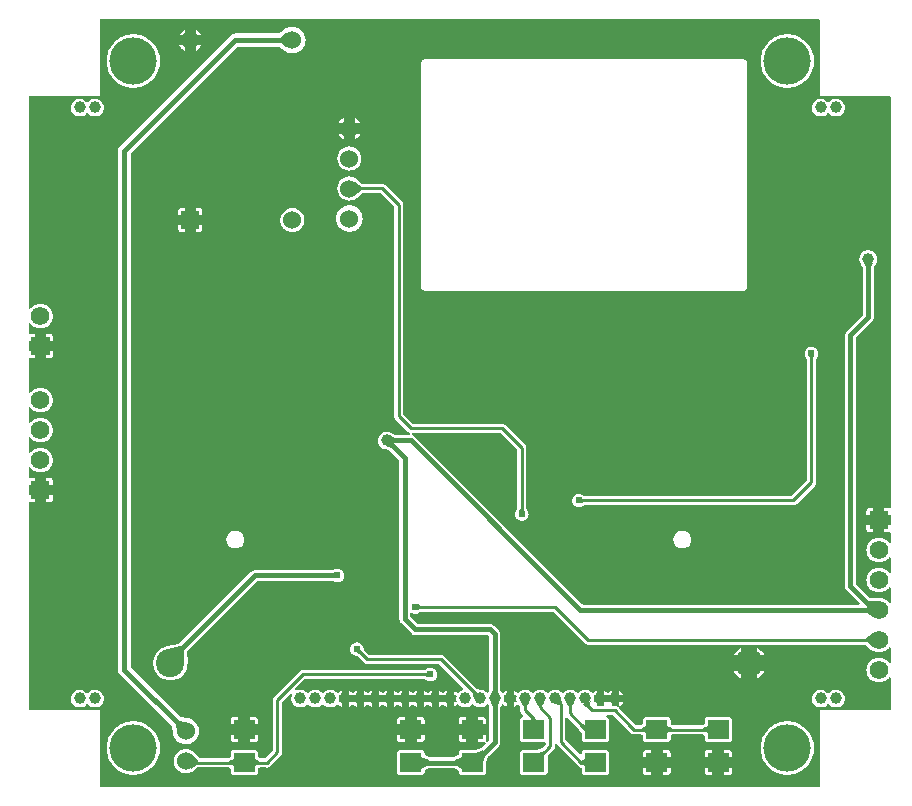
<source format=gbl>
G04 Layer: BottomLayer*
G04 EasyEDA v6.4.25, 2021-11-06T18:35:38+01:00*
G04 257399e89a0843229902440734c7eb75,b8d8dd1b48584f29be867e52f4c70977,10*
G04 Gerber Generator version 0.2*
G04 Scale: 100 percent, Rotated: No, Reflected: No *
G04 Dimensions in millimeters *
G04 leading zeros omitted , absolute positions ,4 integer and 5 decimal *
%FSLAX45Y45*%
%MOMM*%

%ADD10C,0.2540*%
%ADD11C,0.4000*%
%ADD13C,1.0000*%
%ADD14C,0.6198*%
%ADD25C,2.4000*%
%ADD26C,1.5240*%
%ADD27R,1.5240X1.5240*%
%ADD28C,1.5748*%
%ADD29R,1.5748X1.5748*%
%ADD30C,4.0000*%

%LPD*%
G36*
X625602Y-6513576D02*
G01*
X621690Y-6512814D01*
X618439Y-6510578D01*
X616204Y-6507327D01*
X615442Y-6503416D01*
X615442Y-5865012D01*
X614070Y-5863336D01*
X25654Y-5863336D01*
X21742Y-5862574D01*
X18491Y-5860338D01*
X16256Y-5857087D01*
X15494Y-5853176D01*
X15494Y-4113733D01*
X16205Y-4109974D01*
X18288Y-4106722D01*
X21437Y-4104487D01*
X25196Y-4103573D01*
X29819Y-4104436D01*
X36118Y-4105148D01*
X68580Y-4105148D01*
X68580Y-4046220D01*
X25654Y-4046220D01*
X21742Y-4045458D01*
X18491Y-4043222D01*
X16256Y-4039971D01*
X15494Y-4036060D01*
X15494Y-3964940D01*
X16256Y-3961028D01*
X18491Y-3957777D01*
X21742Y-3955542D01*
X25654Y-3954779D01*
X68580Y-3954779D01*
X68580Y-3895851D01*
X36118Y-3895851D01*
X25196Y-3897426D01*
X21437Y-3896512D01*
X18288Y-3894277D01*
X16205Y-3891026D01*
X15494Y-3887266D01*
X15494Y-3819194D01*
X16306Y-3815181D01*
X18643Y-3811828D01*
X22098Y-3809644D01*
X26111Y-3809034D01*
X30022Y-3810000D01*
X33274Y-3812489D01*
X40335Y-3820464D01*
X50596Y-3829507D01*
X61976Y-3837127D01*
X74269Y-3843172D01*
X87223Y-3847541D01*
X100634Y-3850233D01*
X114300Y-3851148D01*
X127965Y-3850233D01*
X141376Y-3847541D01*
X154330Y-3843172D01*
X166624Y-3837127D01*
X178003Y-3829507D01*
X188264Y-3820464D01*
X197307Y-3810203D01*
X204927Y-3798824D01*
X210972Y-3786530D01*
X215341Y-3773576D01*
X218033Y-3760165D01*
X218948Y-3746500D01*
X218033Y-3732834D01*
X215341Y-3719423D01*
X210972Y-3706469D01*
X204927Y-3694176D01*
X197307Y-3682796D01*
X188264Y-3672535D01*
X178003Y-3663492D01*
X166624Y-3655872D01*
X154330Y-3649827D01*
X141376Y-3645458D01*
X127965Y-3642766D01*
X114300Y-3641851D01*
X100634Y-3642766D01*
X87223Y-3645458D01*
X74269Y-3649827D01*
X61976Y-3655872D01*
X50596Y-3663492D01*
X40335Y-3672535D01*
X33274Y-3680510D01*
X30022Y-3683000D01*
X26111Y-3683965D01*
X22098Y-3683355D01*
X18643Y-3681171D01*
X16306Y-3677818D01*
X15494Y-3673805D01*
X15494Y-3565194D01*
X16306Y-3561181D01*
X18643Y-3557828D01*
X22098Y-3555644D01*
X26111Y-3555034D01*
X30022Y-3556000D01*
X33274Y-3558489D01*
X40335Y-3566464D01*
X50596Y-3575507D01*
X61976Y-3583127D01*
X74269Y-3589172D01*
X87223Y-3593541D01*
X100634Y-3596233D01*
X114300Y-3597148D01*
X127965Y-3596233D01*
X141376Y-3593541D01*
X154330Y-3589172D01*
X166624Y-3583127D01*
X178003Y-3575507D01*
X188264Y-3566464D01*
X197307Y-3556203D01*
X204927Y-3544824D01*
X210972Y-3532530D01*
X215341Y-3519576D01*
X218033Y-3506165D01*
X218948Y-3492500D01*
X218033Y-3478834D01*
X215341Y-3465423D01*
X210972Y-3452469D01*
X204927Y-3440176D01*
X197307Y-3428796D01*
X188264Y-3418535D01*
X178003Y-3409492D01*
X166624Y-3401872D01*
X154330Y-3395827D01*
X141376Y-3391458D01*
X127965Y-3388766D01*
X114300Y-3387851D01*
X100634Y-3388766D01*
X87223Y-3391458D01*
X74269Y-3395827D01*
X61976Y-3401872D01*
X50596Y-3409492D01*
X40335Y-3418535D01*
X33274Y-3426510D01*
X30022Y-3429000D01*
X26111Y-3429965D01*
X22098Y-3429355D01*
X18643Y-3427171D01*
X16306Y-3423818D01*
X15494Y-3419805D01*
X15494Y-3311194D01*
X16306Y-3307181D01*
X18643Y-3303828D01*
X22098Y-3301644D01*
X26111Y-3301034D01*
X30022Y-3302000D01*
X33274Y-3304489D01*
X40335Y-3312464D01*
X50596Y-3321507D01*
X61976Y-3329127D01*
X74269Y-3335172D01*
X87223Y-3339541D01*
X100634Y-3342233D01*
X114300Y-3343148D01*
X127965Y-3342233D01*
X141376Y-3339541D01*
X154330Y-3335172D01*
X166624Y-3329127D01*
X178003Y-3321507D01*
X188264Y-3312464D01*
X197307Y-3302203D01*
X204927Y-3290824D01*
X210972Y-3278530D01*
X215341Y-3265576D01*
X218033Y-3252165D01*
X218948Y-3238500D01*
X218033Y-3224834D01*
X215341Y-3211423D01*
X210972Y-3198469D01*
X204927Y-3186176D01*
X197307Y-3174796D01*
X188264Y-3164535D01*
X178003Y-3155492D01*
X166624Y-3147872D01*
X154330Y-3141827D01*
X141376Y-3137458D01*
X127965Y-3134766D01*
X114300Y-3133852D01*
X100634Y-3134766D01*
X87223Y-3137458D01*
X74269Y-3141827D01*
X61976Y-3147872D01*
X50596Y-3155492D01*
X40335Y-3164535D01*
X33274Y-3172510D01*
X30022Y-3175000D01*
X26111Y-3175965D01*
X22098Y-3175355D01*
X18643Y-3173171D01*
X16306Y-3169818D01*
X15494Y-3165805D01*
X15494Y-2894533D01*
X16205Y-2890774D01*
X18288Y-2887522D01*
X21437Y-2885287D01*
X25196Y-2884373D01*
X29819Y-2885236D01*
X36118Y-2885948D01*
X68580Y-2885948D01*
X68580Y-2827020D01*
X25654Y-2827020D01*
X21742Y-2826258D01*
X18491Y-2824022D01*
X16256Y-2820771D01*
X15494Y-2816860D01*
X15494Y-2745740D01*
X16256Y-2741828D01*
X18491Y-2738577D01*
X21742Y-2736342D01*
X25654Y-2735580D01*
X68580Y-2735580D01*
X68580Y-2676652D01*
X36118Y-2676652D01*
X25196Y-2678226D01*
X21437Y-2677312D01*
X18288Y-2675077D01*
X16205Y-2671826D01*
X15494Y-2668066D01*
X15494Y-2599994D01*
X16306Y-2595981D01*
X18643Y-2592628D01*
X22098Y-2590444D01*
X26111Y-2589834D01*
X30022Y-2590800D01*
X33274Y-2593289D01*
X40335Y-2601264D01*
X50596Y-2610307D01*
X61976Y-2617927D01*
X74269Y-2623972D01*
X87223Y-2628341D01*
X100634Y-2631033D01*
X114300Y-2631948D01*
X127965Y-2631033D01*
X141376Y-2628341D01*
X154330Y-2623972D01*
X166624Y-2617927D01*
X178003Y-2610307D01*
X188264Y-2601264D01*
X197307Y-2591003D01*
X204927Y-2579624D01*
X210972Y-2567330D01*
X215341Y-2554376D01*
X218033Y-2540965D01*
X218948Y-2527300D01*
X218033Y-2513634D01*
X215341Y-2500223D01*
X210972Y-2487269D01*
X204927Y-2474976D01*
X197307Y-2463596D01*
X188264Y-2453335D01*
X178003Y-2444292D01*
X166624Y-2436672D01*
X154330Y-2430627D01*
X141376Y-2426258D01*
X127965Y-2423566D01*
X114300Y-2422652D01*
X100634Y-2423566D01*
X87223Y-2426258D01*
X74269Y-2430627D01*
X61976Y-2436672D01*
X50596Y-2444292D01*
X40335Y-2453335D01*
X33274Y-2461310D01*
X30022Y-2463800D01*
X26111Y-2464765D01*
X22098Y-2464155D01*
X18643Y-2461971D01*
X16306Y-2458618D01*
X15494Y-2454605D01*
X15494Y-674624D01*
X16256Y-670712D01*
X18491Y-667461D01*
X21742Y-665226D01*
X25654Y-664464D01*
X613765Y-664464D01*
X615442Y-663092D01*
X615442Y-24638D01*
X616204Y-20726D01*
X618439Y-17475D01*
X621690Y-15240D01*
X625602Y-14478D01*
X6704330Y-14478D01*
X6708241Y-15240D01*
X6711492Y-17475D01*
X6713728Y-20726D01*
X6714490Y-24638D01*
X6714490Y-662787D01*
X6715861Y-664464D01*
X7304278Y-664464D01*
X7308189Y-665226D01*
X7311440Y-667461D01*
X7313675Y-670712D01*
X7314438Y-674624D01*
X7314438Y-4141978D01*
X7313726Y-4145737D01*
X7311644Y-4148988D01*
X7308494Y-4151223D01*
X7304735Y-4152137D01*
X7300925Y-4151579D01*
X7298080Y-4150563D01*
X7291781Y-4149851D01*
X7259320Y-4149851D01*
X7259320Y-4208780D01*
X7304278Y-4208780D01*
X7308189Y-4209542D01*
X7311440Y-4211777D01*
X7313675Y-4215028D01*
X7314438Y-4218940D01*
X7314438Y-4290060D01*
X7313675Y-4293971D01*
X7311440Y-4297222D01*
X7308189Y-4299458D01*
X7304278Y-4300220D01*
X7259320Y-4300220D01*
X7259320Y-4359148D01*
X7291781Y-4359148D01*
X7298080Y-4358436D01*
X7300925Y-4357420D01*
X7304735Y-4356862D01*
X7308494Y-4357776D01*
X7311644Y-4360011D01*
X7313726Y-4363262D01*
X7314438Y-4367022D01*
X7314438Y-4438142D01*
X7313625Y-4442155D01*
X7311288Y-4445508D01*
X7307834Y-4447641D01*
X7303820Y-4448302D01*
X7299909Y-4447286D01*
X7296658Y-4444847D01*
X7287564Y-4434535D01*
X7277303Y-4425492D01*
X7265924Y-4417872D01*
X7253630Y-4411827D01*
X7240676Y-4407458D01*
X7227265Y-4404766D01*
X7213600Y-4403852D01*
X7199934Y-4404766D01*
X7186523Y-4407458D01*
X7173569Y-4411827D01*
X7161275Y-4417872D01*
X7149896Y-4425492D01*
X7139635Y-4434535D01*
X7130592Y-4444796D01*
X7122972Y-4456176D01*
X7116927Y-4468469D01*
X7112558Y-4481423D01*
X7109866Y-4494834D01*
X7108952Y-4508500D01*
X7109866Y-4522165D01*
X7112558Y-4535576D01*
X7116927Y-4548530D01*
X7122972Y-4560824D01*
X7130592Y-4572203D01*
X7139635Y-4582464D01*
X7149896Y-4591507D01*
X7161275Y-4599127D01*
X7173569Y-4605172D01*
X7186523Y-4609541D01*
X7199934Y-4612233D01*
X7213600Y-4613148D01*
X7227265Y-4612233D01*
X7240676Y-4609541D01*
X7253630Y-4605172D01*
X7265924Y-4599127D01*
X7277303Y-4591507D01*
X7287564Y-4582464D01*
X7296658Y-4572152D01*
X7299909Y-4569714D01*
X7303820Y-4568698D01*
X7307834Y-4569358D01*
X7311288Y-4571492D01*
X7313625Y-4574844D01*
X7314438Y-4578858D01*
X7314438Y-4692142D01*
X7313625Y-4696155D01*
X7311288Y-4699508D01*
X7307834Y-4701641D01*
X7303820Y-4702302D01*
X7299909Y-4701286D01*
X7296658Y-4698847D01*
X7287564Y-4688535D01*
X7277303Y-4679492D01*
X7265924Y-4671872D01*
X7253630Y-4665827D01*
X7240676Y-4661458D01*
X7227265Y-4658766D01*
X7213600Y-4657852D01*
X7199934Y-4658766D01*
X7186523Y-4661458D01*
X7173569Y-4665827D01*
X7161275Y-4671872D01*
X7149896Y-4679492D01*
X7139635Y-4688535D01*
X7130592Y-4698796D01*
X7122972Y-4710176D01*
X7116927Y-4722469D01*
X7112558Y-4735423D01*
X7109866Y-4748834D01*
X7108952Y-4762500D01*
X7109866Y-4776165D01*
X7112558Y-4789576D01*
X7116927Y-4802530D01*
X7122972Y-4814824D01*
X7130592Y-4826203D01*
X7139635Y-4836464D01*
X7149896Y-4845507D01*
X7161275Y-4853127D01*
X7173569Y-4859172D01*
X7186523Y-4863541D01*
X7199934Y-4866233D01*
X7213600Y-4867148D01*
X7227265Y-4866233D01*
X7240676Y-4863541D01*
X7253630Y-4859172D01*
X7265924Y-4853127D01*
X7277303Y-4845507D01*
X7287564Y-4836464D01*
X7296658Y-4826152D01*
X7299909Y-4823714D01*
X7303820Y-4822698D01*
X7307834Y-4823358D01*
X7311288Y-4825492D01*
X7313625Y-4828844D01*
X7314438Y-4832858D01*
X7314438Y-4946142D01*
X7313625Y-4950155D01*
X7311288Y-4953508D01*
X7307834Y-4955641D01*
X7303820Y-4956302D01*
X7299909Y-4955286D01*
X7296658Y-4952847D01*
X7287564Y-4942535D01*
X7277303Y-4933492D01*
X7265924Y-4925872D01*
X7253630Y-4919827D01*
X7240676Y-4915458D01*
X7227265Y-4912766D01*
X7213600Y-4911852D01*
X7199934Y-4912766D01*
X7196531Y-4913376D01*
X7146188Y-4917236D01*
X7141921Y-4916678D01*
X7138212Y-4914290D01*
X7021169Y-4797247D01*
X7018985Y-4793945D01*
X7018223Y-4790084D01*
X7018223Y-2715615D01*
X7018985Y-2711754D01*
X7021169Y-2708452D01*
X7158380Y-2571191D01*
X7163714Y-2564130D01*
X7167473Y-2556560D01*
X7169759Y-2548432D01*
X7170623Y-2539542D01*
X7170623Y-2121306D01*
X7171690Y-2116734D01*
X7183983Y-2092096D01*
X7186777Y-2088337D01*
X7192721Y-2078380D01*
X7197039Y-2067610D01*
X7199680Y-2056282D01*
X7200595Y-2044700D01*
X7199680Y-2033117D01*
X7197039Y-2021789D01*
X7192721Y-2011019D01*
X7186777Y-2001062D01*
X7179360Y-1992071D01*
X7170674Y-1984349D01*
X7160971Y-1978050D01*
X7150353Y-1973275D01*
X7139127Y-1970227D01*
X7127595Y-1968855D01*
X7116013Y-1969312D01*
X7104583Y-1971548D01*
X7093661Y-1975459D01*
X7083450Y-1980996D01*
X7074204Y-1988057D01*
X7066178Y-1996439D01*
X7059472Y-2005939D01*
X7054342Y-2016353D01*
X7050836Y-2027428D01*
X7049058Y-2038908D01*
X7049058Y-2050491D01*
X7050836Y-2061972D01*
X7054342Y-2073046D01*
X7059472Y-2083460D01*
X7065416Y-2092096D01*
X7077709Y-2116734D01*
X7078776Y-2121306D01*
X7078776Y-2516784D01*
X7078014Y-2520645D01*
X7075830Y-2523947D01*
X6938619Y-2661208D01*
X6933285Y-2668270D01*
X6929526Y-2675839D01*
X6927240Y-2683967D01*
X6926376Y-2692857D01*
X6926427Y-4815078D01*
X6927646Y-4823815D01*
X6930339Y-4831842D01*
X6934453Y-4839208D01*
X6940194Y-4846116D01*
X7047331Y-4953254D01*
X7049516Y-4956556D01*
X7050278Y-4960416D01*
X7049516Y-4964328D01*
X7047331Y-4967630D01*
X7044029Y-4969814D01*
X7040118Y-4970576D01*
X4709515Y-4970576D01*
X4705654Y-4969814D01*
X4702352Y-4967630D01*
X3282391Y-3547719D01*
X3275329Y-3542385D01*
X3263087Y-3536442D01*
X3260496Y-3533241D01*
X3259378Y-3529228D01*
X3259937Y-3525164D01*
X3262122Y-3521608D01*
X3265474Y-3519271D01*
X3269538Y-3518408D01*
X4005681Y-3518408D01*
X4009593Y-3519170D01*
X4012895Y-3521405D01*
X4149394Y-3657904D01*
X4151629Y-3661206D01*
X4152392Y-3665118D01*
X4152392Y-4153204D01*
X4151376Y-4157675D01*
X4145838Y-4169054D01*
X4143908Y-4171848D01*
X4139184Y-4180281D01*
X4135983Y-4189374D01*
X4134358Y-4198874D01*
X4134358Y-4208526D01*
X4135983Y-4218025D01*
X4139184Y-4227118D01*
X4143908Y-4235551D01*
X4149953Y-4243019D01*
X4157167Y-4249420D01*
X4165396Y-4254449D01*
X4174337Y-4258056D01*
X4183786Y-4260088D01*
X4193438Y-4260494D01*
X4202988Y-4259275D01*
X4212183Y-4256481D01*
X4220819Y-4252112D01*
X4228541Y-4246372D01*
X4235246Y-4239412D01*
X4240631Y-4231436D01*
X4244594Y-4222648D01*
X4247032Y-4213301D01*
X4247845Y-4203700D01*
X4247032Y-4194098D01*
X4244594Y-4184751D01*
X4240631Y-4175963D01*
X4236364Y-4169460D01*
X4230624Y-4157675D01*
X4229608Y-4153204D01*
X4229608Y-3645408D01*
X4228795Y-3637381D01*
X4226610Y-3630168D01*
X4223054Y-3623462D01*
X4217924Y-3617264D01*
X4053535Y-3452876D01*
X4047337Y-3447745D01*
X4040632Y-3444189D01*
X4033418Y-3442004D01*
X4025392Y-3441192D01*
X3271418Y-3441192D01*
X3267506Y-3440429D01*
X3264204Y-3438194D01*
X3191205Y-3365195D01*
X3188970Y-3361893D01*
X3188208Y-3357981D01*
X3188208Y-1588008D01*
X3187395Y-1579981D01*
X3185210Y-1572768D01*
X3181654Y-1566062D01*
X3176574Y-1559864D01*
X3037281Y-1420825D01*
X3031083Y-1415745D01*
X3024378Y-1412189D01*
X3017164Y-1410004D01*
X3009138Y-1409192D01*
X2847441Y-1409192D01*
X2843987Y-1408582D01*
X2840939Y-1406855D01*
X2798013Y-1371142D01*
X2795930Y-1369720D01*
X2791256Y-1365758D01*
X2779776Y-1358442D01*
X2767380Y-1352702D01*
X2754376Y-1348638D01*
X2740914Y-1346403D01*
X2727299Y-1345946D01*
X2713736Y-1347266D01*
X2700477Y-1350467D01*
X2687726Y-1355344D01*
X2675788Y-1361897D01*
X2664815Y-1369974D01*
X2655011Y-1379474D01*
X2646527Y-1390192D01*
X2639568Y-1401927D01*
X2634284Y-1414475D01*
X2630678Y-1427632D01*
X2628849Y-1441145D01*
X2628849Y-1454759D01*
X2630678Y-1468272D01*
X2634284Y-1481429D01*
X2639568Y-1493977D01*
X2646527Y-1505712D01*
X2655011Y-1516430D01*
X2664815Y-1525930D01*
X2675788Y-1534007D01*
X2687726Y-1540560D01*
X2700477Y-1545437D01*
X2713736Y-1548638D01*
X2727299Y-1549958D01*
X2740914Y-1549501D01*
X2754376Y-1547266D01*
X2767380Y-1543202D01*
X2779776Y-1537462D01*
X2791256Y-1530146D01*
X2798267Y-1524508D01*
X2841040Y-1488795D01*
X2844088Y-1487017D01*
X2847543Y-1486408D01*
X2989478Y-1486408D01*
X2993339Y-1487170D01*
X2996641Y-1489354D01*
X3107994Y-1600555D01*
X3110230Y-1603857D01*
X3110992Y-1607718D01*
X3110992Y-3377692D01*
X3111804Y-3385718D01*
X3113989Y-3392932D01*
X3117545Y-3399637D01*
X3122676Y-3405835D01*
X3223564Y-3506724D01*
X3229762Y-3511854D01*
X3240684Y-3517544D01*
X3243173Y-3520795D01*
X3244240Y-3524758D01*
X3243630Y-3528822D01*
X3241497Y-3532327D01*
X3238144Y-3534664D01*
X3234131Y-3535476D01*
X3124606Y-3535476D01*
X3120034Y-3534410D01*
X3096107Y-3522421D01*
X3084220Y-3514750D01*
X3073654Y-3509975D01*
X3062427Y-3506927D01*
X3050895Y-3505555D01*
X3039313Y-3506012D01*
X3027883Y-3508248D01*
X3016961Y-3512159D01*
X3006750Y-3517696D01*
X2997504Y-3524758D01*
X2989478Y-3533140D01*
X2982772Y-3542639D01*
X2977642Y-3553053D01*
X2974136Y-3564128D01*
X2972358Y-3575608D01*
X2972358Y-3587191D01*
X2974136Y-3598672D01*
X2977642Y-3609746D01*
X2982772Y-3620160D01*
X2989478Y-3629660D01*
X2997504Y-3638042D01*
X3006750Y-3645103D01*
X3016961Y-3650640D01*
X3027883Y-3654551D01*
X3040126Y-3657041D01*
X3065729Y-3665575D01*
X3069691Y-3668014D01*
X3151530Y-3749852D01*
X3153714Y-3753154D01*
X3154476Y-3757015D01*
X3154527Y-5094478D01*
X3155746Y-5103215D01*
X3158439Y-5111242D01*
X3162554Y-5118608D01*
X3168294Y-5125516D01*
X3258108Y-5215280D01*
X3265170Y-5220614D01*
X3272739Y-5224373D01*
X3280867Y-5226659D01*
X3289757Y-5227523D01*
X3901084Y-5227523D01*
X3904945Y-5228285D01*
X3908247Y-5230469D01*
X3913530Y-5235752D01*
X3915714Y-5239054D01*
X3916476Y-5242915D01*
X3916476Y-5691428D01*
X3915664Y-5695492D01*
X3909466Y-5709716D01*
X3907180Y-5712968D01*
X3903878Y-5715152D01*
X3899966Y-5715812D01*
X3896055Y-5715000D01*
X3892804Y-5712714D01*
X3889451Y-5709208D01*
X3880205Y-5702198D01*
X3870045Y-5696661D01*
X3859072Y-5692698D01*
X3847541Y-5690463D01*
X3843731Y-5690209D01*
X3813301Y-5686145D01*
X3810152Y-5685180D01*
X3807460Y-5683250D01*
X3532835Y-5408676D01*
X3526637Y-5403545D01*
X3519932Y-5399989D01*
X3512718Y-5397804D01*
X3504692Y-5396992D01*
X2903118Y-5396992D01*
X2899206Y-5396230D01*
X2895904Y-5393994D01*
X2856992Y-5355082D01*
X2854604Y-5351221D01*
X2850591Y-5339638D01*
X2847594Y-5327751D01*
X2843631Y-5318963D01*
X2838246Y-5310987D01*
X2831541Y-5304028D01*
X2823819Y-5298287D01*
X2815183Y-5293918D01*
X2805988Y-5291124D01*
X2796438Y-5289905D01*
X2786786Y-5290312D01*
X2777337Y-5292344D01*
X2768396Y-5295950D01*
X2760167Y-5300980D01*
X2752953Y-5307380D01*
X2746908Y-5314848D01*
X2742184Y-5323281D01*
X2738983Y-5332374D01*
X2737358Y-5341874D01*
X2737358Y-5351526D01*
X2738983Y-5361025D01*
X2742184Y-5370118D01*
X2746908Y-5378551D01*
X2752953Y-5386019D01*
X2760167Y-5392420D01*
X2768396Y-5397449D01*
X2777337Y-5401056D01*
X2786481Y-5403088D01*
X2798521Y-5407304D01*
X2802382Y-5409692D01*
X2855264Y-5462524D01*
X2861462Y-5467654D01*
X2868168Y-5471210D01*
X2875381Y-5473395D01*
X2883408Y-5474208D01*
X3484981Y-5474208D01*
X3488893Y-5474970D01*
X3492195Y-5477205D01*
X3692144Y-5677103D01*
X3694429Y-5680659D01*
X3695090Y-5684824D01*
X3694023Y-5688888D01*
X3691382Y-5692190D01*
X3675735Y-5699201D01*
X3665982Y-5705551D01*
X3657295Y-5713272D01*
X3656279Y-5714542D01*
X3652926Y-5717133D01*
X3648811Y-5718200D01*
X3644646Y-5717489D01*
X3641090Y-5715101D01*
X3635451Y-5709208D01*
X3626205Y-5702198D01*
X3616350Y-5696813D01*
X3616350Y-5734507D01*
X3628796Y-5734507D01*
X3632403Y-5735167D01*
X3635501Y-5737047D01*
X3637787Y-5739892D01*
X3638905Y-5743346D01*
X3638702Y-5747004D01*
X3636975Y-5754268D01*
X3636111Y-5765901D01*
X3636975Y-5777484D01*
X3638702Y-5784748D01*
X3638905Y-5788406D01*
X3637787Y-5791860D01*
X3635501Y-5794705D01*
X3632403Y-5796584D01*
X3628796Y-5797245D01*
X3616350Y-5797245D01*
X3616350Y-5834938D01*
X3626205Y-5829554D01*
X3635451Y-5822543D01*
X3641090Y-5816650D01*
X3644646Y-5814263D01*
X3648811Y-5813552D01*
X3652926Y-5814618D01*
X3656279Y-5817209D01*
X3657295Y-5818479D01*
X3665982Y-5826201D01*
X3675735Y-5832551D01*
X3686352Y-5837275D01*
X3697528Y-5840374D01*
X3709060Y-5841695D01*
X3720693Y-5841238D01*
X3732072Y-5839053D01*
X3743045Y-5835091D01*
X3753205Y-5829554D01*
X3762451Y-5822543D01*
X3768090Y-5816650D01*
X3771646Y-5814263D01*
X3775811Y-5813552D01*
X3779926Y-5814618D01*
X3783279Y-5817209D01*
X3784295Y-5818479D01*
X3792982Y-5826201D01*
X3802735Y-5832551D01*
X3813352Y-5837275D01*
X3824528Y-5840374D01*
X3836060Y-5841695D01*
X3847693Y-5841238D01*
X3859072Y-5839053D01*
X3870045Y-5835091D01*
X3880205Y-5829554D01*
X3889451Y-5822543D01*
X3892804Y-5819038D01*
X3896106Y-5816752D01*
X3899966Y-5815939D01*
X3903878Y-5816600D01*
X3907180Y-5818784D01*
X3909466Y-5822035D01*
X3915664Y-5836259D01*
X3916476Y-5840323D01*
X3916476Y-6110884D01*
X3915714Y-6114745D01*
X3913530Y-6118047D01*
X3902710Y-6128867D01*
X3899458Y-6131052D01*
X3895648Y-6131864D01*
X3891838Y-6131204D01*
X3888536Y-6129121D01*
X3886301Y-6125972D01*
X3885336Y-6122212D01*
X3885895Y-6118352D01*
X3887012Y-6115202D01*
X3887724Y-6108903D01*
X3887724Y-6075832D01*
X3823157Y-6075832D01*
X3823157Y-6135370D01*
X3861257Y-6135370D01*
X3867556Y-6134658D01*
X3870706Y-6133541D01*
X3874566Y-6132982D01*
X3878326Y-6133947D01*
X3881475Y-6136182D01*
X3883558Y-6139484D01*
X3884218Y-6143294D01*
X3883406Y-6147104D01*
X3881221Y-6150356D01*
X3849776Y-6181801D01*
X3846525Y-6183985D01*
X3803497Y-6202121D01*
X3799586Y-6202934D01*
X3682288Y-6202934D01*
X3675989Y-6203645D01*
X3670503Y-6205575D01*
X3665626Y-6208623D01*
X3661511Y-6212738D01*
X3658463Y-6217615D01*
X3656533Y-6223101D01*
X3655822Y-6229400D01*
X3655822Y-6236411D01*
X3655161Y-6240119D01*
X3653180Y-6243269D01*
X3650183Y-6245504D01*
X3617772Y-6261760D01*
X3613200Y-6262827D01*
X3409645Y-6262827D01*
X3405073Y-6261760D01*
X3372662Y-6245504D01*
X3369665Y-6243269D01*
X3367684Y-6240119D01*
X3367024Y-6236411D01*
X3367024Y-6229400D01*
X3366312Y-6223101D01*
X3364382Y-6217615D01*
X3361334Y-6212738D01*
X3357219Y-6208623D01*
X3352342Y-6205575D01*
X3346856Y-6203645D01*
X3340557Y-6202934D01*
X3161588Y-6202934D01*
X3155289Y-6203645D01*
X3149803Y-6205575D01*
X3144926Y-6208623D01*
X3140811Y-6212738D01*
X3137763Y-6217615D01*
X3135833Y-6223101D01*
X3135122Y-6229400D01*
X3135122Y-6388303D01*
X3135833Y-6394602D01*
X3137763Y-6400088D01*
X3140811Y-6404965D01*
X3144926Y-6409080D01*
X3149803Y-6412128D01*
X3155289Y-6414058D01*
X3161588Y-6414770D01*
X3340557Y-6414770D01*
X3346856Y-6414058D01*
X3352342Y-6412128D01*
X3357219Y-6409080D01*
X3361334Y-6404965D01*
X3364382Y-6400088D01*
X3366312Y-6394602D01*
X3367024Y-6388303D01*
X3367024Y-6381038D01*
X3367684Y-6377330D01*
X3369665Y-6374180D01*
X3372662Y-6371945D01*
X3405073Y-6355689D01*
X3409645Y-6354622D01*
X3613200Y-6354622D01*
X3617772Y-6355689D01*
X3650183Y-6371945D01*
X3653180Y-6374180D01*
X3655161Y-6377330D01*
X3655822Y-6381038D01*
X3655822Y-6388303D01*
X3656533Y-6394602D01*
X3658463Y-6400088D01*
X3661511Y-6404965D01*
X3665626Y-6409080D01*
X3670503Y-6412128D01*
X3675989Y-6414058D01*
X3682288Y-6414770D01*
X3861257Y-6414770D01*
X3867556Y-6414058D01*
X3873042Y-6412128D01*
X3877919Y-6409080D01*
X3882034Y-6404965D01*
X3885082Y-6400088D01*
X3887012Y-6394602D01*
X3887724Y-6388303D01*
X3887724Y-6318097D01*
X3888232Y-6314948D01*
X3907485Y-6255512D01*
X3908501Y-6253327D01*
X3909974Y-6251448D01*
X3996080Y-6165291D01*
X4001414Y-6158230D01*
X4005173Y-6150660D01*
X4007459Y-6142532D01*
X4008323Y-6133642D01*
X4008323Y-5844438D01*
X4008628Y-5841847D01*
X4009644Y-5839409D01*
X4021074Y-5819241D01*
X4023614Y-5816295D01*
X4027068Y-5814517D01*
X4030979Y-5814161D01*
X4034688Y-5815330D01*
X4046982Y-5826201D01*
X4056735Y-5832551D01*
X4061612Y-5834735D01*
X4061612Y-5797245D01*
X4049268Y-5797245D01*
X4045559Y-5796534D01*
X4042359Y-5794502D01*
X4040124Y-5791454D01*
X4039158Y-5787745D01*
X4041648Y-5771692D01*
X4041648Y-5760059D01*
X4039158Y-5744006D01*
X4040124Y-5740298D01*
X4042359Y-5737250D01*
X4045559Y-5735218D01*
X4049268Y-5734507D01*
X4061612Y-5734507D01*
X4061612Y-5697016D01*
X4056735Y-5699201D01*
X4046982Y-5705551D01*
X4034688Y-5716422D01*
X4030979Y-5717590D01*
X4027068Y-5717235D01*
X4023614Y-5715457D01*
X4021074Y-5712510D01*
X4009644Y-5692343D01*
X4008628Y-5689904D01*
X4008323Y-5687314D01*
X4008272Y-5217922D01*
X4007053Y-5209184D01*
X4004360Y-5201158D01*
X4000246Y-5193792D01*
X3994505Y-5186883D01*
X3955491Y-5147919D01*
X3948429Y-5142585D01*
X3940860Y-5138826D01*
X3932732Y-5136540D01*
X3923842Y-5135676D01*
X3312515Y-5135676D01*
X3308654Y-5134914D01*
X3305352Y-5132730D01*
X3249269Y-5076647D01*
X3247085Y-5073345D01*
X3246323Y-5069484D01*
X3246323Y-5049367D01*
X3247186Y-5045151D01*
X3249777Y-5041696D01*
X3253486Y-5039614D01*
X3257753Y-5039258D01*
X3261817Y-5040680D01*
X3263696Y-5041849D01*
X3272637Y-5045456D01*
X3282086Y-5047488D01*
X3291738Y-5047894D01*
X3301288Y-5046675D01*
X3310483Y-5043881D01*
X3319119Y-5039512D01*
X3323488Y-5036464D01*
X3335324Y-5030724D01*
X3339795Y-5029708D01*
X4450181Y-5029708D01*
X4454093Y-5030470D01*
X4457395Y-5032705D01*
X4722164Y-5297424D01*
X4728362Y-5302554D01*
X4735068Y-5306110D01*
X4742281Y-5308295D01*
X4750308Y-5309108D01*
X7093254Y-5309108D01*
X7096709Y-5309717D01*
X7099808Y-5311495D01*
X7149744Y-5353405D01*
X7161275Y-5361127D01*
X7173569Y-5367172D01*
X7186523Y-5371541D01*
X7199934Y-5374233D01*
X7213600Y-5375148D01*
X7227265Y-5374233D01*
X7240676Y-5371541D01*
X7253630Y-5367172D01*
X7265924Y-5361127D01*
X7277303Y-5353507D01*
X7287564Y-5344464D01*
X7296658Y-5334152D01*
X7299909Y-5331714D01*
X7303820Y-5330698D01*
X7307834Y-5331358D01*
X7311288Y-5333492D01*
X7313625Y-5336844D01*
X7314438Y-5340858D01*
X7314438Y-5454142D01*
X7313625Y-5458155D01*
X7311288Y-5461508D01*
X7307834Y-5463641D01*
X7303820Y-5464302D01*
X7299909Y-5463286D01*
X7296658Y-5460847D01*
X7287564Y-5450535D01*
X7277303Y-5441492D01*
X7265924Y-5433872D01*
X7253630Y-5427827D01*
X7240676Y-5423458D01*
X7227265Y-5420766D01*
X7213600Y-5419852D01*
X7199934Y-5420766D01*
X7186523Y-5423458D01*
X7173569Y-5427827D01*
X7161275Y-5433872D01*
X7149896Y-5441492D01*
X7139635Y-5450535D01*
X7130592Y-5460796D01*
X7122972Y-5472176D01*
X7116927Y-5484469D01*
X7112558Y-5497423D01*
X7109866Y-5510834D01*
X7108952Y-5524500D01*
X7109866Y-5538165D01*
X7112558Y-5551576D01*
X7116927Y-5564530D01*
X7122972Y-5576824D01*
X7130592Y-5588203D01*
X7139635Y-5598464D01*
X7149896Y-5607507D01*
X7161275Y-5615127D01*
X7173569Y-5621172D01*
X7186523Y-5625541D01*
X7199934Y-5628233D01*
X7213600Y-5629148D01*
X7227265Y-5628233D01*
X7240676Y-5625541D01*
X7253630Y-5621172D01*
X7265924Y-5615127D01*
X7277303Y-5607507D01*
X7287564Y-5598464D01*
X7296658Y-5588152D01*
X7299909Y-5585714D01*
X7303820Y-5584698D01*
X7307834Y-5585358D01*
X7311288Y-5587492D01*
X7313625Y-5590844D01*
X7314438Y-5594858D01*
X7314438Y-5853176D01*
X7313675Y-5857087D01*
X7311440Y-5860338D01*
X7308189Y-5862574D01*
X7304278Y-5863336D01*
X6716166Y-5863336D01*
X6714490Y-5864707D01*
X6714490Y-6503416D01*
X6713728Y-6507327D01*
X6711492Y-6510578D01*
X6708241Y-6512814D01*
X6704330Y-6513576D01*
G37*

%LPC*%
G36*
X5385257Y-6414770D02*
G01*
X5423357Y-6414770D01*
X5429656Y-6414058D01*
X5435142Y-6412128D01*
X5440019Y-6409080D01*
X5444134Y-6404965D01*
X5447182Y-6400088D01*
X5449112Y-6394602D01*
X5449824Y-6388303D01*
X5449824Y-6355232D01*
X5385257Y-6355232D01*
G37*
G36*
X5765088Y-6414770D02*
G01*
X5803188Y-6414770D01*
X5803188Y-6355232D01*
X5738622Y-6355232D01*
X5738622Y-6388303D01*
X5739333Y-6394602D01*
X5741263Y-6400088D01*
X5744311Y-6404965D01*
X5748426Y-6409080D01*
X5753303Y-6412128D01*
X5758789Y-6414058D01*
G37*
G36*
X5244388Y-6414770D02*
G01*
X5282488Y-6414770D01*
X5282488Y-6355232D01*
X5217922Y-6355232D01*
X5217922Y-6388303D01*
X5218633Y-6394602D01*
X5220563Y-6400088D01*
X5223611Y-6404965D01*
X5227726Y-6409080D01*
X5232603Y-6412128D01*
X5238089Y-6414058D01*
G37*
G36*
X5905957Y-6414770D02*
G01*
X5944057Y-6414770D01*
X5950356Y-6414058D01*
X5955842Y-6412128D01*
X5960719Y-6409080D01*
X5964834Y-6404965D01*
X5967882Y-6400088D01*
X5969812Y-6394602D01*
X5970524Y-6388303D01*
X5970524Y-6355232D01*
X5905957Y-6355232D01*
G37*
G36*
X4202988Y-6414770D02*
G01*
X4381957Y-6414770D01*
X4388256Y-6414058D01*
X4393742Y-6412128D01*
X4398619Y-6409080D01*
X4402734Y-6404965D01*
X4405782Y-6400088D01*
X4407712Y-6394602D01*
X4408424Y-6388303D01*
X4408424Y-6264148D01*
X4408728Y-6261557D01*
X4409694Y-6259169D01*
X4421276Y-6238341D01*
X4423003Y-6236106D01*
X4459224Y-6199835D01*
X4464354Y-6193637D01*
X4467910Y-6186932D01*
X4470095Y-6179718D01*
X4470908Y-6171692D01*
X4470908Y-6161684D01*
X4471771Y-6157671D01*
X4474108Y-6154267D01*
X4477664Y-6152134D01*
X4481728Y-6151575D01*
X4485690Y-6152642D01*
X4488942Y-6155232D01*
X4494276Y-6161735D01*
X4668164Y-6335674D01*
X4674412Y-6340805D01*
X4681067Y-6344361D01*
X4683658Y-6345123D01*
X4686503Y-6346545D01*
X4692853Y-6350965D01*
X4695190Y-6353200D01*
X4696714Y-6356096D01*
X4697222Y-6359296D01*
X4697222Y-6388303D01*
X4697933Y-6394602D01*
X4699863Y-6400088D01*
X4702911Y-6404965D01*
X4707026Y-6409080D01*
X4711903Y-6412128D01*
X4717389Y-6414058D01*
X4723688Y-6414770D01*
X4902657Y-6414770D01*
X4908956Y-6414058D01*
X4914442Y-6412128D01*
X4919319Y-6409080D01*
X4923434Y-6404965D01*
X4926482Y-6400088D01*
X4928412Y-6394602D01*
X4929124Y-6388303D01*
X4929124Y-6229400D01*
X4928412Y-6223101D01*
X4926482Y-6217615D01*
X4923434Y-6212738D01*
X4919319Y-6208623D01*
X4914442Y-6205575D01*
X4908956Y-6203645D01*
X4902657Y-6202934D01*
X4723688Y-6202934D01*
X4717389Y-6203645D01*
X4711903Y-6205575D01*
X4707026Y-6208623D01*
X4702911Y-6212738D01*
X4699863Y-6217615D01*
X4697933Y-6223101D01*
X4697222Y-6230975D01*
X4696460Y-6234887D01*
X4694224Y-6238189D01*
X4690973Y-6240373D01*
X4687062Y-6241135D01*
X4683150Y-6240373D01*
X4679899Y-6238189D01*
X4562805Y-6121095D01*
X4560570Y-6117793D01*
X4559808Y-6113881D01*
X4559808Y-5934354D01*
X4560570Y-5930442D01*
X4562805Y-5927140D01*
X4566056Y-5924956D01*
X4569968Y-5924194D01*
X4573879Y-5924956D01*
X4577130Y-5927140D01*
X4665776Y-6015939D01*
X4695240Y-6056071D01*
X4696714Y-6058916D01*
X4697222Y-6062116D01*
X4697222Y-6108903D01*
X4697933Y-6115202D01*
X4699863Y-6120688D01*
X4702911Y-6125565D01*
X4707026Y-6129680D01*
X4711903Y-6132728D01*
X4717389Y-6134658D01*
X4723688Y-6135370D01*
X4902657Y-6135370D01*
X4908956Y-6134658D01*
X4914442Y-6132728D01*
X4919319Y-6129680D01*
X4923434Y-6125565D01*
X4926482Y-6120688D01*
X4928412Y-6115202D01*
X4929124Y-6108903D01*
X4929124Y-5950000D01*
X4928412Y-5943701D01*
X4926482Y-5938215D01*
X4923434Y-5933338D01*
X4919319Y-5929223D01*
X4914442Y-5926175D01*
X4909820Y-5923686D01*
X4907432Y-5920435D01*
X4906467Y-5916472D01*
X4907178Y-5912510D01*
X4909362Y-5909106D01*
X4912664Y-5906820D01*
X4916627Y-5906008D01*
X4958181Y-5906008D01*
X4962093Y-5906770D01*
X4965395Y-5909005D01*
X5112664Y-6056274D01*
X5118912Y-6061405D01*
X5125567Y-6064961D01*
X5132781Y-6067145D01*
X5140807Y-6067958D01*
X5197195Y-6067958D01*
X5201767Y-6069025D01*
X5212283Y-6074257D01*
X5215280Y-6076543D01*
X5217261Y-6079693D01*
X5217922Y-6083350D01*
X5217922Y-6108903D01*
X5218633Y-6115202D01*
X5220563Y-6120688D01*
X5223611Y-6125565D01*
X5227726Y-6129680D01*
X5232603Y-6132728D01*
X5238089Y-6134658D01*
X5244388Y-6135370D01*
X5423357Y-6135370D01*
X5429656Y-6134658D01*
X5435142Y-6132728D01*
X5440019Y-6129680D01*
X5444134Y-6125565D01*
X5447182Y-6120688D01*
X5449112Y-6115202D01*
X5449824Y-6108903D01*
X5449824Y-6083350D01*
X5450484Y-6079693D01*
X5452465Y-6076543D01*
X5455462Y-6074257D01*
X5465978Y-6069025D01*
X5470550Y-6067958D01*
X5717895Y-6067958D01*
X5722467Y-6069025D01*
X5732983Y-6074257D01*
X5735980Y-6076543D01*
X5737961Y-6079693D01*
X5738622Y-6083350D01*
X5738622Y-6108903D01*
X5739333Y-6115202D01*
X5741263Y-6120688D01*
X5744311Y-6125565D01*
X5748426Y-6129680D01*
X5753303Y-6132728D01*
X5758789Y-6134658D01*
X5765088Y-6135370D01*
X5944057Y-6135370D01*
X5950356Y-6134658D01*
X5955842Y-6132728D01*
X5960719Y-6129680D01*
X5964834Y-6125565D01*
X5967882Y-6120688D01*
X5969812Y-6115202D01*
X5970524Y-6108903D01*
X5970524Y-5950000D01*
X5969812Y-5943701D01*
X5967882Y-5938215D01*
X5964834Y-5933338D01*
X5960719Y-5929223D01*
X5955842Y-5926175D01*
X5950356Y-5924245D01*
X5944057Y-5923534D01*
X5765088Y-5923534D01*
X5758789Y-5924245D01*
X5753303Y-5926175D01*
X5748426Y-5929223D01*
X5744311Y-5933338D01*
X5741263Y-5938215D01*
X5739333Y-5943701D01*
X5738622Y-5950000D01*
X5738622Y-5975299D01*
X5737961Y-5978956D01*
X5735980Y-5982106D01*
X5732983Y-5984392D01*
X5722467Y-5989624D01*
X5717946Y-5990742D01*
X5470550Y-5990742D01*
X5465978Y-5989624D01*
X5455462Y-5984392D01*
X5452465Y-5982106D01*
X5450484Y-5978956D01*
X5449824Y-5975299D01*
X5449824Y-5950000D01*
X5449112Y-5943701D01*
X5447182Y-5938215D01*
X5444134Y-5933338D01*
X5440019Y-5929223D01*
X5435142Y-5926175D01*
X5429656Y-5924245D01*
X5423357Y-5923534D01*
X5244388Y-5923534D01*
X5238089Y-5924245D01*
X5232603Y-5926175D01*
X5227726Y-5929223D01*
X5223611Y-5933338D01*
X5220563Y-5938215D01*
X5218633Y-5943701D01*
X5217922Y-5950000D01*
X5217922Y-5975299D01*
X5217261Y-5978956D01*
X5215280Y-5982106D01*
X5212283Y-5984392D01*
X5201767Y-5989624D01*
X5197246Y-5990742D01*
X5160518Y-5990742D01*
X5156657Y-5989929D01*
X5153355Y-5987745D01*
X5014671Y-5849061D01*
X5012537Y-5845962D01*
X5011724Y-5842304D01*
X5012232Y-5838596D01*
X5014112Y-5835345D01*
X5017008Y-5832957D01*
X5023256Y-5829554D01*
X5032502Y-5822543D01*
X5040528Y-5814161D01*
X5047234Y-5804662D01*
X5050891Y-5797245D01*
X5013350Y-5797245D01*
X5013350Y-5825642D01*
X5012486Y-5829706D01*
X5010099Y-5833059D01*
X5006543Y-5835243D01*
X5002377Y-5835751D01*
X4998415Y-5834583D01*
X4993132Y-5831789D01*
X4985918Y-5829604D01*
X4977892Y-5828792D01*
X4960823Y-5828792D01*
X4956911Y-5828030D01*
X4953609Y-5825794D01*
X4951425Y-5822543D01*
X4950663Y-5818632D01*
X4950663Y-5797245D01*
X4886350Y-5797245D01*
X4886350Y-5818632D01*
X4885537Y-5822543D01*
X4883353Y-5825794D01*
X4880051Y-5828030D01*
X4876190Y-5828792D01*
X4833772Y-5828792D01*
X4829911Y-5828030D01*
X4826609Y-5825794D01*
X4824425Y-5822543D01*
X4823612Y-5818632D01*
X4823612Y-5797245D01*
X4811268Y-5797245D01*
X4807559Y-5796534D01*
X4804359Y-5794502D01*
X4802124Y-5791454D01*
X4801158Y-5787745D01*
X4803648Y-5771692D01*
X4803648Y-5760059D01*
X4801158Y-5744006D01*
X4802124Y-5740298D01*
X4804359Y-5737250D01*
X4807559Y-5735218D01*
X4811268Y-5734507D01*
X4823612Y-5734507D01*
X4823612Y-5697016D01*
X4818735Y-5699201D01*
X4808982Y-5705551D01*
X4800295Y-5713272D01*
X4799279Y-5714542D01*
X4795926Y-5717133D01*
X4791811Y-5718200D01*
X4787646Y-5717489D01*
X4784090Y-5715101D01*
X4778451Y-5709208D01*
X4769205Y-5702198D01*
X4759045Y-5696661D01*
X4748072Y-5692698D01*
X4736693Y-5690514D01*
X4725060Y-5690057D01*
X4713528Y-5691378D01*
X4702352Y-5694476D01*
X4691735Y-5699201D01*
X4681982Y-5705551D01*
X4673295Y-5713272D01*
X4672279Y-5714542D01*
X4668926Y-5717133D01*
X4664811Y-5718200D01*
X4660646Y-5717489D01*
X4657090Y-5715101D01*
X4651451Y-5709208D01*
X4642205Y-5702198D01*
X4632045Y-5696661D01*
X4621072Y-5692698D01*
X4609693Y-5690514D01*
X4598060Y-5690057D01*
X4586528Y-5691378D01*
X4575352Y-5694476D01*
X4564735Y-5699201D01*
X4554982Y-5705551D01*
X4546295Y-5713272D01*
X4545279Y-5714542D01*
X4541926Y-5717133D01*
X4537811Y-5718200D01*
X4533646Y-5717489D01*
X4530090Y-5715101D01*
X4524451Y-5709208D01*
X4515205Y-5702198D01*
X4505045Y-5696661D01*
X4494072Y-5692698D01*
X4482693Y-5690514D01*
X4471060Y-5690057D01*
X4459528Y-5691378D01*
X4448352Y-5694476D01*
X4437735Y-5699201D01*
X4427982Y-5705551D01*
X4419295Y-5713272D01*
X4418279Y-5714542D01*
X4414926Y-5717133D01*
X4410811Y-5718200D01*
X4406646Y-5717489D01*
X4403090Y-5715101D01*
X4397451Y-5709208D01*
X4388205Y-5702198D01*
X4378045Y-5696661D01*
X4367072Y-5692698D01*
X4355693Y-5690514D01*
X4344060Y-5690057D01*
X4332528Y-5691378D01*
X4321352Y-5694476D01*
X4310735Y-5699201D01*
X4300982Y-5705551D01*
X4292295Y-5713272D01*
X4291279Y-5714542D01*
X4287926Y-5717133D01*
X4283811Y-5718200D01*
X4279646Y-5717489D01*
X4276090Y-5715101D01*
X4270451Y-5709208D01*
X4261205Y-5702198D01*
X4251045Y-5696661D01*
X4240072Y-5692698D01*
X4228693Y-5690514D01*
X4217060Y-5690057D01*
X4205528Y-5691378D01*
X4194352Y-5694476D01*
X4183735Y-5699201D01*
X4173982Y-5705551D01*
X4165295Y-5713272D01*
X4164279Y-5714542D01*
X4160926Y-5717133D01*
X4156811Y-5718200D01*
X4152646Y-5717489D01*
X4149090Y-5715101D01*
X4143451Y-5709208D01*
X4134205Y-5702198D01*
X4124350Y-5696813D01*
X4124350Y-5734507D01*
X4136796Y-5734507D01*
X4140403Y-5735167D01*
X4143501Y-5737047D01*
X4145787Y-5739892D01*
X4146905Y-5743346D01*
X4146702Y-5747004D01*
X4144975Y-5754268D01*
X4144111Y-5765901D01*
X4144975Y-5777484D01*
X4146702Y-5784748D01*
X4146905Y-5788406D01*
X4145787Y-5791860D01*
X4143501Y-5794705D01*
X4140403Y-5796584D01*
X4136796Y-5797245D01*
X4124350Y-5797245D01*
X4124350Y-5834938D01*
X4134205Y-5829554D01*
X4143451Y-5822543D01*
X4148277Y-5817514D01*
X4151223Y-5815380D01*
X4154779Y-5814466D01*
X4158437Y-5814822D01*
X4161688Y-5816447D01*
X4164177Y-5819140D01*
X4176217Y-5838190D01*
X4177385Y-5840780D01*
X4177792Y-5843625D01*
X4177792Y-5866892D01*
X4178604Y-5874918D01*
X4180789Y-5882132D01*
X4184345Y-5888837D01*
X4189476Y-5895035D01*
X4201515Y-5907125D01*
X4203750Y-5910529D01*
X4204512Y-5914542D01*
X4203598Y-5918504D01*
X4201210Y-5921806D01*
X4197705Y-5923889D01*
X4191203Y-5926175D01*
X4186326Y-5929223D01*
X4182211Y-5933338D01*
X4179163Y-5938215D01*
X4177233Y-5943701D01*
X4176522Y-5950000D01*
X4176522Y-6108903D01*
X4177233Y-6115202D01*
X4179163Y-6120688D01*
X4182211Y-6125565D01*
X4186326Y-6129680D01*
X4191203Y-6132728D01*
X4196689Y-6134658D01*
X4202988Y-6135370D01*
X4381957Y-6135370D01*
X4386630Y-6135725D01*
X4390288Y-6137859D01*
X4392828Y-6141262D01*
X4393692Y-6145428D01*
X4393692Y-6151981D01*
X4392930Y-6155893D01*
X4390694Y-6159195D01*
X4363669Y-6186220D01*
X4359910Y-6188608D01*
X4321708Y-6202324D01*
X4318254Y-6202934D01*
X4202988Y-6202934D01*
X4196689Y-6203645D01*
X4191203Y-6205575D01*
X4186326Y-6208623D01*
X4182211Y-6212738D01*
X4179163Y-6217615D01*
X4177233Y-6223101D01*
X4176522Y-6229400D01*
X4176522Y-6388303D01*
X4177233Y-6394602D01*
X4179163Y-6400088D01*
X4182211Y-6404965D01*
X4186326Y-6409080D01*
X4191203Y-6412128D01*
X4196689Y-6414058D01*
G37*
G36*
X1752142Y-6414770D02*
G01*
X1931111Y-6414770D01*
X1937410Y-6414058D01*
X1942896Y-6412128D01*
X1947773Y-6409080D01*
X1951888Y-6404965D01*
X1954936Y-6400088D01*
X1956866Y-6394602D01*
X1957578Y-6388303D01*
X1957578Y-6362750D01*
X1958238Y-6359093D01*
X1960219Y-6355943D01*
X1963216Y-6353657D01*
X1973732Y-6348425D01*
X1978304Y-6347358D01*
X2015083Y-6347358D01*
X2018080Y-6347764D01*
X2024481Y-6349695D01*
X2032000Y-6350457D01*
X2039518Y-6349695D01*
X2046732Y-6347510D01*
X2053437Y-6343954D01*
X2059635Y-6338824D01*
X2147824Y-6250635D01*
X2152954Y-6244437D01*
X2156510Y-6237732D01*
X2158695Y-6230518D01*
X2159508Y-6222492D01*
X2159508Y-5798718D01*
X2160270Y-5794806D01*
X2162505Y-5791504D01*
X2228799Y-5725210D01*
X2232101Y-5723026D01*
X2235962Y-5722213D01*
X2239822Y-5722975D01*
X2243124Y-5725160D01*
X2245360Y-5728411D01*
X2246122Y-5732322D01*
X2245410Y-5736183D01*
X2242667Y-5742990D01*
X2240026Y-5754268D01*
X2239111Y-5765901D01*
X2240026Y-5777484D01*
X2242667Y-5788761D01*
X2246985Y-5799531D01*
X2252929Y-5809538D01*
X2260346Y-5818479D01*
X2269032Y-5826201D01*
X2278735Y-5832551D01*
X2289352Y-5837275D01*
X2300579Y-5840374D01*
X2312111Y-5841695D01*
X2323693Y-5841238D01*
X2335123Y-5839053D01*
X2346045Y-5835091D01*
X2356256Y-5829554D01*
X2365502Y-5822543D01*
X2371140Y-5816650D01*
X2374646Y-5814314D01*
X2378811Y-5813552D01*
X2382977Y-5814618D01*
X2386279Y-5817260D01*
X2387295Y-5818479D01*
X2395982Y-5826201D01*
X2405735Y-5832551D01*
X2416352Y-5837275D01*
X2427528Y-5840374D01*
X2439060Y-5841695D01*
X2450693Y-5841238D01*
X2462072Y-5839053D01*
X2473045Y-5835091D01*
X2483205Y-5829554D01*
X2492451Y-5822543D01*
X2498090Y-5816650D01*
X2501646Y-5814263D01*
X2505811Y-5813552D01*
X2509926Y-5814618D01*
X2513279Y-5817209D01*
X2514295Y-5818479D01*
X2522982Y-5826201D01*
X2532735Y-5832551D01*
X2543352Y-5837275D01*
X2554528Y-5840374D01*
X2566060Y-5841695D01*
X2577693Y-5841238D01*
X2589072Y-5839053D01*
X2600045Y-5835091D01*
X2610205Y-5829554D01*
X2619451Y-5822543D01*
X2625090Y-5816650D01*
X2628646Y-5814263D01*
X2632811Y-5813552D01*
X2636926Y-5814618D01*
X2640279Y-5817209D01*
X2641295Y-5818479D01*
X2649982Y-5826201D01*
X2659735Y-5832551D01*
X2664612Y-5834735D01*
X2664612Y-5797245D01*
X2652268Y-5797245D01*
X2648559Y-5796534D01*
X2645359Y-5794502D01*
X2643124Y-5791454D01*
X2642158Y-5787745D01*
X2644648Y-5771692D01*
X2644648Y-5760059D01*
X2642158Y-5744006D01*
X2643124Y-5740298D01*
X2645359Y-5737250D01*
X2648559Y-5735218D01*
X2652268Y-5734507D01*
X2664612Y-5734507D01*
X2664612Y-5697016D01*
X2659735Y-5699201D01*
X2649982Y-5705551D01*
X2641295Y-5713272D01*
X2640279Y-5714542D01*
X2636926Y-5717133D01*
X2632811Y-5718200D01*
X2628646Y-5717489D01*
X2625090Y-5715101D01*
X2619451Y-5709208D01*
X2610205Y-5702198D01*
X2600045Y-5696661D01*
X2589072Y-5692698D01*
X2577693Y-5690514D01*
X2566060Y-5690057D01*
X2554528Y-5691378D01*
X2543352Y-5694476D01*
X2532735Y-5699201D01*
X2522982Y-5705551D01*
X2514295Y-5713272D01*
X2513279Y-5714542D01*
X2509926Y-5717133D01*
X2505811Y-5718200D01*
X2501646Y-5717489D01*
X2498090Y-5715101D01*
X2492451Y-5709208D01*
X2483205Y-5702198D01*
X2473045Y-5696661D01*
X2462072Y-5692698D01*
X2450693Y-5690514D01*
X2439060Y-5690057D01*
X2427528Y-5691378D01*
X2416352Y-5694476D01*
X2405735Y-5699201D01*
X2395982Y-5705551D01*
X2387295Y-5713272D01*
X2386279Y-5714492D01*
X2382977Y-5717133D01*
X2378811Y-5718200D01*
X2374646Y-5717438D01*
X2371140Y-5715101D01*
X2365502Y-5709208D01*
X2356256Y-5702198D01*
X2346045Y-5696661D01*
X2335123Y-5692698D01*
X2323693Y-5690514D01*
X2312111Y-5690057D01*
X2300579Y-5691378D01*
X2289352Y-5694476D01*
X2285695Y-5696102D01*
X2281783Y-5697016D01*
X2277821Y-5696305D01*
X2274468Y-5694121D01*
X2272182Y-5690819D01*
X2271369Y-5686907D01*
X2272131Y-5682996D01*
X2274366Y-5679643D01*
X2349804Y-5604205D01*
X2353106Y-5601970D01*
X2357018Y-5601208D01*
X3365804Y-5601208D01*
X3370275Y-5602224D01*
X3381857Y-5607913D01*
X3390696Y-5613349D01*
X3399637Y-5616956D01*
X3409086Y-5618988D01*
X3418738Y-5619394D01*
X3428288Y-5618175D01*
X3437483Y-5615381D01*
X3446119Y-5611012D01*
X3453841Y-5605272D01*
X3460546Y-5598312D01*
X3465931Y-5590336D01*
X3469894Y-5581548D01*
X3472332Y-5572201D01*
X3473145Y-5562600D01*
X3472332Y-5552998D01*
X3469894Y-5543651D01*
X3465931Y-5534863D01*
X3460546Y-5526887D01*
X3453841Y-5519928D01*
X3446119Y-5514187D01*
X3437483Y-5509818D01*
X3428288Y-5507024D01*
X3418738Y-5505805D01*
X3409086Y-5506212D01*
X3399637Y-5508244D01*
X3390696Y-5511850D01*
X3380943Y-5517743D01*
X3370275Y-5522976D01*
X3365804Y-5523992D01*
X2337308Y-5523992D01*
X2329281Y-5524804D01*
X2322068Y-5526989D01*
X2315362Y-5530545D01*
X2309164Y-5535676D01*
X2093975Y-5750864D01*
X2088845Y-5757062D01*
X2085289Y-5763768D01*
X2083104Y-5770981D01*
X2082292Y-5779008D01*
X2082292Y-6202781D01*
X2081530Y-6206693D01*
X2079294Y-6209995D01*
X2022144Y-6267145D01*
X2018842Y-6269329D01*
X2014982Y-6270142D01*
X1978304Y-6270142D01*
X1973732Y-6269024D01*
X1963216Y-6263792D01*
X1960219Y-6261506D01*
X1958238Y-6258356D01*
X1957578Y-6254699D01*
X1957578Y-6229400D01*
X1956866Y-6223101D01*
X1954936Y-6217615D01*
X1951888Y-6212738D01*
X1947773Y-6208623D01*
X1942896Y-6205575D01*
X1937410Y-6203645D01*
X1931111Y-6202934D01*
X1752142Y-6202934D01*
X1745843Y-6203645D01*
X1740357Y-6205575D01*
X1735480Y-6208623D01*
X1731365Y-6212738D01*
X1728317Y-6217615D01*
X1726387Y-6223101D01*
X1725675Y-6229400D01*
X1725675Y-6254699D01*
X1725015Y-6258356D01*
X1723034Y-6261506D01*
X1720037Y-6263792D01*
X1709521Y-6269024D01*
X1704949Y-6270142D01*
X1466342Y-6270142D01*
X1462278Y-6269278D01*
X1458925Y-6266891D01*
X1417167Y-6222644D01*
X1406753Y-6213856D01*
X1395272Y-6206490D01*
X1382877Y-6200749D01*
X1369872Y-6196736D01*
X1356410Y-6194450D01*
X1342796Y-6193993D01*
X1329232Y-6195364D01*
X1315974Y-6198514D01*
X1303223Y-6203442D01*
X1291285Y-6209995D01*
X1280312Y-6218072D01*
X1270508Y-6227572D01*
X1262024Y-6238240D01*
X1255064Y-6249974D01*
X1249781Y-6262522D01*
X1246174Y-6275679D01*
X1244346Y-6289192D01*
X1244346Y-6302857D01*
X1246174Y-6316370D01*
X1249781Y-6329527D01*
X1255064Y-6342075D01*
X1262024Y-6353810D01*
X1270508Y-6364478D01*
X1280312Y-6373977D01*
X1291285Y-6382054D01*
X1303223Y-6388608D01*
X1315974Y-6393535D01*
X1329232Y-6396685D01*
X1342796Y-6398056D01*
X1356410Y-6397599D01*
X1369872Y-6395313D01*
X1382877Y-6391300D01*
X1395272Y-6385560D01*
X1403756Y-6380378D01*
X1452676Y-6348933D01*
X1455318Y-6347764D01*
X1458163Y-6347358D01*
X1704949Y-6347358D01*
X1709521Y-6348425D01*
X1720037Y-6353657D01*
X1723034Y-6355943D01*
X1725015Y-6359093D01*
X1725675Y-6362750D01*
X1725675Y-6388303D01*
X1726387Y-6394602D01*
X1728317Y-6400088D01*
X1731365Y-6404965D01*
X1735480Y-6409080D01*
X1740357Y-6412128D01*
X1745843Y-6414058D01*
G37*
G36*
X6438900Y-6410807D02*
G01*
X6459728Y-6409842D01*
X6480403Y-6406946D01*
X6500723Y-6402171D01*
X6520484Y-6395567D01*
X6539585Y-6387134D01*
X6557822Y-6376974D01*
X6575044Y-6365189D01*
X6591096Y-6351828D01*
X6605828Y-6337096D01*
X6619189Y-6321044D01*
X6630974Y-6303822D01*
X6641134Y-6285585D01*
X6649567Y-6266484D01*
X6656171Y-6246723D01*
X6660946Y-6226403D01*
X6663842Y-6205728D01*
X6664807Y-6184900D01*
X6663842Y-6164072D01*
X6660946Y-6143396D01*
X6656171Y-6123076D01*
X6649567Y-6103315D01*
X6641134Y-6084214D01*
X6630974Y-6065977D01*
X6619189Y-6048756D01*
X6605828Y-6032703D01*
X6591096Y-6017971D01*
X6575044Y-6004610D01*
X6557822Y-5992825D01*
X6539585Y-5982665D01*
X6520484Y-5974232D01*
X6500723Y-5967628D01*
X6480403Y-5962853D01*
X6459728Y-5959957D01*
X6438900Y-5958992D01*
X6418072Y-5959957D01*
X6397396Y-5962853D01*
X6377076Y-5967628D01*
X6357315Y-5974232D01*
X6338214Y-5982665D01*
X6319977Y-5992825D01*
X6302756Y-6004610D01*
X6286703Y-6017971D01*
X6271971Y-6032703D01*
X6258610Y-6048756D01*
X6246825Y-6065977D01*
X6236665Y-6084214D01*
X6228232Y-6103315D01*
X6221628Y-6123076D01*
X6216853Y-6143396D01*
X6213957Y-6164072D01*
X6212992Y-6184900D01*
X6213957Y-6205728D01*
X6216853Y-6226403D01*
X6221628Y-6246723D01*
X6228232Y-6266484D01*
X6236665Y-6285585D01*
X6246825Y-6303822D01*
X6258610Y-6321044D01*
X6271971Y-6337096D01*
X6286703Y-6351828D01*
X6302756Y-6365189D01*
X6319977Y-6376974D01*
X6338214Y-6387134D01*
X6357315Y-6395567D01*
X6377076Y-6402171D01*
X6397396Y-6406946D01*
X6418072Y-6409842D01*
G37*
G36*
X901700Y-6410807D02*
G01*
X922528Y-6409842D01*
X943203Y-6406946D01*
X963523Y-6402171D01*
X983284Y-6395567D01*
X1002385Y-6387134D01*
X1020622Y-6376974D01*
X1037844Y-6365189D01*
X1053896Y-6351828D01*
X1068628Y-6337096D01*
X1081989Y-6321044D01*
X1093774Y-6303822D01*
X1103934Y-6285585D01*
X1112367Y-6266484D01*
X1118971Y-6246723D01*
X1123746Y-6226403D01*
X1126642Y-6205728D01*
X1127607Y-6184900D01*
X1126642Y-6164072D01*
X1123746Y-6143396D01*
X1118971Y-6123076D01*
X1112367Y-6103315D01*
X1103934Y-6084214D01*
X1093774Y-6065977D01*
X1081989Y-6048756D01*
X1068628Y-6032703D01*
X1053896Y-6017971D01*
X1037844Y-6004610D01*
X1020622Y-5992825D01*
X1002385Y-5982665D01*
X983284Y-5974232D01*
X963523Y-5967628D01*
X943203Y-5962853D01*
X922528Y-5959957D01*
X901700Y-5958992D01*
X880871Y-5959957D01*
X860196Y-5962853D01*
X839876Y-5967628D01*
X820115Y-5974232D01*
X801014Y-5982665D01*
X782777Y-5992825D01*
X765556Y-6004610D01*
X749503Y-6017971D01*
X734771Y-6032703D01*
X721410Y-6048756D01*
X709625Y-6065977D01*
X699465Y-6084214D01*
X691032Y-6103315D01*
X684428Y-6123076D01*
X679653Y-6143396D01*
X676757Y-6164072D01*
X675792Y-6184900D01*
X676757Y-6205728D01*
X679653Y-6226403D01*
X684428Y-6246723D01*
X691032Y-6266484D01*
X699465Y-6285585D01*
X709625Y-6303822D01*
X721410Y-6321044D01*
X734771Y-6337096D01*
X749503Y-6351828D01*
X765556Y-6365189D01*
X782777Y-6376974D01*
X801014Y-6387134D01*
X820115Y-6395567D01*
X839876Y-6402171D01*
X860196Y-6406946D01*
X880871Y-6409842D01*
G37*
G36*
X5385257Y-6262522D02*
G01*
X5449824Y-6262522D01*
X5449824Y-6229400D01*
X5449112Y-6223101D01*
X5447182Y-6217615D01*
X5444134Y-6212738D01*
X5440019Y-6208623D01*
X5435142Y-6205575D01*
X5429656Y-6203645D01*
X5423357Y-6202934D01*
X5385257Y-6202934D01*
G37*
G36*
X5738622Y-6262522D02*
G01*
X5803188Y-6262522D01*
X5803188Y-6202934D01*
X5765088Y-6202934D01*
X5758789Y-6203645D01*
X5753303Y-6205575D01*
X5748426Y-6208623D01*
X5744311Y-6212738D01*
X5741263Y-6217615D01*
X5739333Y-6223101D01*
X5738622Y-6229400D01*
G37*
G36*
X5905957Y-6262522D02*
G01*
X5970524Y-6262522D01*
X5970524Y-6229400D01*
X5969812Y-6223101D01*
X5967882Y-6217615D01*
X5964834Y-6212738D01*
X5960719Y-6208623D01*
X5955842Y-6205575D01*
X5950356Y-6203645D01*
X5944057Y-6202934D01*
X5905957Y-6202934D01*
G37*
G36*
X5217922Y-6262522D02*
G01*
X5282488Y-6262522D01*
X5282488Y-6202934D01*
X5244388Y-6202934D01*
X5238089Y-6203645D01*
X5232603Y-6205575D01*
X5227726Y-6208623D01*
X5223611Y-6212738D01*
X5220563Y-6217615D01*
X5218633Y-6223101D01*
X5217922Y-6229400D01*
G37*
G36*
X1349756Y-6153658D02*
G01*
X1364030Y-6152286D01*
X1378000Y-6149086D01*
X1391412Y-6144158D01*
X1404112Y-6137554D01*
X1415846Y-6129324D01*
X1426413Y-6119723D01*
X1435709Y-6108852D01*
X1443532Y-6096812D01*
X1449730Y-6083960D01*
X1454251Y-6070346D01*
X1456994Y-6056325D01*
X1457909Y-6042050D01*
X1456994Y-6027724D01*
X1454251Y-6013704D01*
X1449730Y-6000089D01*
X1443532Y-5987237D01*
X1435709Y-5975248D01*
X1426413Y-5964326D01*
X1415846Y-5954725D01*
X1404112Y-5946495D01*
X1391412Y-5939891D01*
X1378000Y-5934964D01*
X1363980Y-5931763D01*
X1357223Y-5931001D01*
X1307338Y-5922111D01*
X1304442Y-5921095D01*
X1301953Y-5919266D01*
X883970Y-5501284D01*
X881786Y-5498033D01*
X881024Y-5494121D01*
X881024Y-1157478D01*
X881786Y-1153617D01*
X883970Y-1150315D01*
X1785315Y-248970D01*
X1788617Y-246786D01*
X1792478Y-246024D01*
X2129840Y-246024D01*
X2132888Y-246481D01*
X2135632Y-247853D01*
X2176780Y-276504D01*
X2186990Y-284124D01*
X2199436Y-291134D01*
X2212695Y-296519D01*
X2226564Y-300126D01*
X2240737Y-301955D01*
X2255062Y-301955D01*
X2269236Y-300126D01*
X2283104Y-296519D01*
X2296363Y-291134D01*
X2308809Y-284124D01*
X2320290Y-275539D01*
X2330602Y-265582D01*
X2339492Y-254406D01*
X2346909Y-242163D01*
X2352700Y-229057D01*
X2356764Y-215341D01*
X2359050Y-201218D01*
X2359507Y-186944D01*
X2358136Y-172669D01*
X2354986Y-158699D01*
X2350008Y-145288D01*
X2343404Y-132588D01*
X2335225Y-120853D01*
X2325624Y-110286D01*
X2314702Y-100990D01*
X2302713Y-93167D01*
X2289810Y-86969D01*
X2276246Y-82448D01*
X2262174Y-79705D01*
X2247900Y-78790D01*
X2233625Y-79705D01*
X2219553Y-82448D01*
X2205990Y-86969D01*
X2193086Y-93167D01*
X2181098Y-100990D01*
X2177186Y-104190D01*
X2135632Y-133146D01*
X2132888Y-134518D01*
X2129840Y-134975D01*
X1765503Y-134975D01*
X1760474Y-135229D01*
X1755648Y-135839D01*
X1750923Y-136906D01*
X1746300Y-138328D01*
X1741830Y-140208D01*
X1737563Y-142443D01*
X1733448Y-145034D01*
X1729638Y-147980D01*
X1725879Y-151384D01*
X786384Y-1090879D01*
X782980Y-1094638D01*
X780034Y-1098448D01*
X777443Y-1102563D01*
X775208Y-1106830D01*
X773328Y-1111300D01*
X771906Y-1115923D01*
X770839Y-1120648D01*
X770229Y-1125474D01*
X769975Y-1130503D01*
X769975Y-5521096D01*
X770229Y-5526176D01*
X770839Y-5530951D01*
X771906Y-5535676D01*
X773328Y-5540298D01*
X775208Y-5544769D01*
X777443Y-5549087D01*
X780034Y-5553151D01*
X782980Y-5557012D01*
X786384Y-5560720D01*
X1223467Y-5997803D01*
X1225296Y-6000242D01*
X1226261Y-6003188D01*
X1235354Y-6053886D01*
X1236573Y-6063386D01*
X1240180Y-6077204D01*
X1245565Y-6090462D01*
X1252575Y-6102959D01*
X1261160Y-6114440D01*
X1271117Y-6124702D01*
X1282293Y-6133642D01*
X1294536Y-6141059D01*
X1307642Y-6146850D01*
X1321358Y-6150914D01*
X1335481Y-6153200D01*
G37*
G36*
X3302457Y-6135370D02*
G01*
X3340557Y-6135370D01*
X3346856Y-6134658D01*
X3352342Y-6132728D01*
X3357219Y-6129680D01*
X3361334Y-6125565D01*
X3364382Y-6120688D01*
X3366312Y-6115202D01*
X3367024Y-6108903D01*
X3367024Y-6075832D01*
X3302457Y-6075832D01*
G37*
G36*
X3682288Y-6135370D02*
G01*
X3720388Y-6135370D01*
X3720388Y-6075832D01*
X3655822Y-6075832D01*
X3655822Y-6108903D01*
X3656533Y-6115202D01*
X3658463Y-6120688D01*
X3661511Y-6125565D01*
X3665626Y-6129680D01*
X3670503Y-6132728D01*
X3675989Y-6134658D01*
G37*
G36*
X3161588Y-6135370D02*
G01*
X3199688Y-6135370D01*
X3199688Y-6075832D01*
X3135122Y-6075832D01*
X3135122Y-6108903D01*
X3135833Y-6115202D01*
X3137763Y-6120688D01*
X3140811Y-6125565D01*
X3144926Y-6129680D01*
X3149803Y-6132728D01*
X3155289Y-6134658D01*
G37*
G36*
X1752142Y-6135370D02*
G01*
X1790242Y-6135370D01*
X1790242Y-6075832D01*
X1725675Y-6075832D01*
X1725675Y-6108903D01*
X1726387Y-6115202D01*
X1728317Y-6120688D01*
X1731365Y-6125565D01*
X1735480Y-6129680D01*
X1740357Y-6132728D01*
X1745843Y-6134658D01*
G37*
G36*
X1893011Y-6135370D02*
G01*
X1931111Y-6135370D01*
X1937410Y-6134658D01*
X1942896Y-6132728D01*
X1947773Y-6129680D01*
X1951888Y-6125565D01*
X1954936Y-6120688D01*
X1956866Y-6115202D01*
X1957578Y-6108903D01*
X1957578Y-6075832D01*
X1893011Y-6075832D01*
G37*
G36*
X3302457Y-5983122D02*
G01*
X3367024Y-5983122D01*
X3367024Y-5950000D01*
X3366312Y-5943701D01*
X3364382Y-5938215D01*
X3361334Y-5933338D01*
X3357219Y-5929223D01*
X3352342Y-5926175D01*
X3346856Y-5924245D01*
X3340557Y-5923534D01*
X3302457Y-5923534D01*
G37*
G36*
X3655822Y-5983122D02*
G01*
X3720388Y-5983122D01*
X3720388Y-5923534D01*
X3682288Y-5923534D01*
X3675989Y-5924245D01*
X3670503Y-5926175D01*
X3665626Y-5929223D01*
X3661511Y-5933338D01*
X3658463Y-5938215D01*
X3656533Y-5943701D01*
X3655822Y-5950000D01*
G37*
G36*
X3823157Y-5983122D02*
G01*
X3887724Y-5983122D01*
X3887724Y-5950000D01*
X3887012Y-5943701D01*
X3885082Y-5938215D01*
X3882034Y-5933338D01*
X3877919Y-5929223D01*
X3873042Y-5926175D01*
X3867556Y-5924245D01*
X3861257Y-5923534D01*
X3823157Y-5923534D01*
G37*
G36*
X3135122Y-5983122D02*
G01*
X3199688Y-5983122D01*
X3199688Y-5923534D01*
X3161588Y-5923534D01*
X3155289Y-5924245D01*
X3149803Y-5926175D01*
X3144926Y-5929223D01*
X3140811Y-5933338D01*
X3137763Y-5938215D01*
X3135833Y-5943701D01*
X3135122Y-5950000D01*
G37*
G36*
X1725675Y-5983122D02*
G01*
X1790242Y-5983122D01*
X1790242Y-5923534D01*
X1752142Y-5923534D01*
X1745843Y-5924245D01*
X1740357Y-5926175D01*
X1735480Y-5929223D01*
X1731365Y-5933338D01*
X1728317Y-5938215D01*
X1726387Y-5943701D01*
X1725675Y-5950000D01*
G37*
G36*
X1893011Y-5983122D02*
G01*
X1957578Y-5983122D01*
X1957578Y-5950000D01*
X1956866Y-5943701D01*
X1954936Y-5938215D01*
X1951888Y-5933338D01*
X1947773Y-5929223D01*
X1942896Y-5926175D01*
X1937410Y-5924245D01*
X1931111Y-5923534D01*
X1893011Y-5923534D01*
G37*
G36*
X6721906Y-5841746D02*
G01*
X6733489Y-5840882D01*
X6744817Y-5838240D01*
X6755587Y-5833872D01*
X6765544Y-5827928D01*
X6774535Y-5820562D01*
X6778294Y-5816295D01*
X6781749Y-5813755D01*
X6785914Y-5812891D01*
X6790080Y-5813755D01*
X6793484Y-5816295D01*
X6797294Y-5820562D01*
X6806234Y-5827928D01*
X6816242Y-5833872D01*
X6827012Y-5838240D01*
X6838289Y-5840882D01*
X6849922Y-5841746D01*
X6861505Y-5840882D01*
X6872782Y-5838240D01*
X6883552Y-5833872D01*
X6893559Y-5827928D01*
X6902500Y-5820562D01*
X6910222Y-5811875D01*
X6916572Y-5802122D01*
X6921296Y-5791504D01*
X6924395Y-5780328D01*
X6925716Y-5768797D01*
X6925259Y-5757164D01*
X6923074Y-5745784D01*
X6919112Y-5734812D01*
X6913575Y-5724652D01*
X6906564Y-5715406D01*
X6898182Y-5707329D01*
X6888683Y-5700674D01*
X6878269Y-5695492D01*
X6867194Y-5691987D01*
X6855714Y-5690209D01*
X6844080Y-5690209D01*
X6832600Y-5691987D01*
X6821525Y-5695492D01*
X6811111Y-5700674D01*
X6801612Y-5707329D01*
X6792925Y-5715660D01*
X6789724Y-5717794D01*
X6785914Y-5718505D01*
X6782104Y-5717794D01*
X6778853Y-5715660D01*
X6770166Y-5707329D01*
X6760667Y-5700674D01*
X6750253Y-5695492D01*
X6739178Y-5691987D01*
X6727698Y-5690209D01*
X6716115Y-5690209D01*
X6704634Y-5691987D01*
X6693560Y-5695492D01*
X6683146Y-5700674D01*
X6673646Y-5707329D01*
X6665264Y-5715406D01*
X6658203Y-5724652D01*
X6652666Y-5734812D01*
X6648754Y-5745784D01*
X6646519Y-5757164D01*
X6646062Y-5768797D01*
X6647434Y-5780328D01*
X6650481Y-5791504D01*
X6655257Y-5802122D01*
X6661556Y-5811875D01*
X6669278Y-5820562D01*
X6678269Y-5827928D01*
X6688226Y-5833872D01*
X6698996Y-5838240D01*
X6710324Y-5840882D01*
G37*
G36*
X448106Y-5841746D02*
G01*
X459689Y-5840882D01*
X471017Y-5838240D01*
X481787Y-5833872D01*
X491743Y-5827928D01*
X500735Y-5820562D01*
X504494Y-5816295D01*
X507949Y-5813755D01*
X512114Y-5812891D01*
X516280Y-5813755D01*
X519684Y-5816295D01*
X523493Y-5820562D01*
X532434Y-5827928D01*
X542442Y-5833872D01*
X553212Y-5838240D01*
X564489Y-5840882D01*
X576122Y-5841746D01*
X587705Y-5840882D01*
X598982Y-5838240D01*
X609752Y-5833872D01*
X619760Y-5827928D01*
X628700Y-5820562D01*
X636422Y-5811875D01*
X642772Y-5802122D01*
X647496Y-5791504D01*
X650595Y-5780328D01*
X651916Y-5768797D01*
X651459Y-5757164D01*
X649274Y-5745784D01*
X645312Y-5734812D01*
X639775Y-5724652D01*
X632764Y-5715406D01*
X624382Y-5707329D01*
X614883Y-5700674D01*
X604469Y-5695492D01*
X593394Y-5691987D01*
X581914Y-5690209D01*
X570280Y-5690209D01*
X558800Y-5691987D01*
X547725Y-5695492D01*
X537311Y-5700674D01*
X527812Y-5707329D01*
X519125Y-5715660D01*
X515924Y-5717794D01*
X512114Y-5718505D01*
X508304Y-5717794D01*
X505053Y-5715660D01*
X496366Y-5707329D01*
X486867Y-5700674D01*
X476453Y-5695492D01*
X465378Y-5691987D01*
X453898Y-5690209D01*
X442315Y-5690209D01*
X430834Y-5691987D01*
X419760Y-5695492D01*
X409346Y-5700674D01*
X399846Y-5707329D01*
X391464Y-5715406D01*
X384403Y-5724652D01*
X378866Y-5734812D01*
X374954Y-5745784D01*
X372719Y-5757164D01*
X372262Y-5768797D01*
X373634Y-5780328D01*
X376682Y-5791504D01*
X381457Y-5802122D01*
X387756Y-5811875D01*
X395478Y-5820562D01*
X404469Y-5827928D01*
X414426Y-5833872D01*
X425196Y-5838240D01*
X436524Y-5840882D01*
G37*
G36*
X2727350Y-5834938D02*
G01*
X2737205Y-5829554D01*
X2746451Y-5822543D01*
X2752090Y-5816650D01*
X2755646Y-5814263D01*
X2759811Y-5813552D01*
X2763926Y-5814618D01*
X2767279Y-5817209D01*
X2768295Y-5818479D01*
X2776982Y-5826201D01*
X2786735Y-5832551D01*
X2791612Y-5834735D01*
X2791612Y-5797245D01*
X2727350Y-5797245D01*
G37*
G36*
X2854350Y-5834938D02*
G01*
X2864205Y-5829554D01*
X2873451Y-5822543D01*
X2879090Y-5816650D01*
X2882646Y-5814263D01*
X2886811Y-5813552D01*
X2890926Y-5814618D01*
X2894279Y-5817209D01*
X2895295Y-5818479D01*
X2903982Y-5826201D01*
X2913735Y-5832551D01*
X2918612Y-5834735D01*
X2918612Y-5797245D01*
X2854350Y-5797245D01*
G37*
G36*
X3235350Y-5834938D02*
G01*
X3245205Y-5829554D01*
X3254451Y-5822543D01*
X3260090Y-5816650D01*
X3263646Y-5814263D01*
X3267811Y-5813552D01*
X3271926Y-5814618D01*
X3275279Y-5817209D01*
X3276295Y-5818479D01*
X3284982Y-5826201D01*
X3294735Y-5832551D01*
X3299612Y-5834735D01*
X3299612Y-5797245D01*
X3235350Y-5797245D01*
G37*
G36*
X2981350Y-5834938D02*
G01*
X2991205Y-5829554D01*
X3000451Y-5822543D01*
X3006090Y-5816650D01*
X3009646Y-5814263D01*
X3013811Y-5813552D01*
X3017926Y-5814618D01*
X3021279Y-5817209D01*
X3022295Y-5818479D01*
X3030982Y-5826201D01*
X3040735Y-5832551D01*
X3045612Y-5834735D01*
X3045612Y-5797245D01*
X2981350Y-5797245D01*
G37*
G36*
X3362350Y-5834938D02*
G01*
X3372205Y-5829554D01*
X3381451Y-5822543D01*
X3387090Y-5816650D01*
X3390646Y-5814263D01*
X3394811Y-5813552D01*
X3398926Y-5814618D01*
X3402279Y-5817209D01*
X3403295Y-5818479D01*
X3411982Y-5826201D01*
X3421735Y-5832551D01*
X3426612Y-5834735D01*
X3426612Y-5797245D01*
X3362350Y-5797245D01*
G37*
G36*
X3108350Y-5834938D02*
G01*
X3118205Y-5829554D01*
X3127451Y-5822543D01*
X3133090Y-5816650D01*
X3136646Y-5814263D01*
X3140811Y-5813552D01*
X3144926Y-5814618D01*
X3148279Y-5817209D01*
X3149295Y-5818479D01*
X3157982Y-5826201D01*
X3167735Y-5832551D01*
X3172612Y-5834735D01*
X3172612Y-5797245D01*
X3108350Y-5797245D01*
G37*
G36*
X3489350Y-5834938D02*
G01*
X3499205Y-5829554D01*
X3508451Y-5822543D01*
X3514090Y-5816650D01*
X3517646Y-5814263D01*
X3521811Y-5813552D01*
X3525926Y-5814618D01*
X3529279Y-5817209D01*
X3530295Y-5818479D01*
X3538982Y-5826201D01*
X3548735Y-5832551D01*
X3553612Y-5834735D01*
X3553612Y-5797245D01*
X3489350Y-5797245D01*
G37*
G36*
X5013350Y-5734507D02*
G01*
X5050891Y-5734507D01*
X5047234Y-5727090D01*
X5040528Y-5717590D01*
X5032502Y-5709208D01*
X5023256Y-5702198D01*
X5013350Y-5696813D01*
G37*
G36*
X2854350Y-5734507D02*
G01*
X2918612Y-5734507D01*
X2918612Y-5697016D01*
X2913735Y-5699201D01*
X2903982Y-5705551D01*
X2895295Y-5713272D01*
X2894279Y-5714542D01*
X2890926Y-5717133D01*
X2886811Y-5718200D01*
X2882646Y-5717489D01*
X2879090Y-5715101D01*
X2873451Y-5709208D01*
X2864205Y-5702198D01*
X2854350Y-5696813D01*
G37*
G36*
X2727350Y-5734507D02*
G01*
X2791612Y-5734507D01*
X2791612Y-5697016D01*
X2786735Y-5699201D01*
X2776982Y-5705551D01*
X2768295Y-5713272D01*
X2767279Y-5714542D01*
X2763926Y-5717133D01*
X2759811Y-5718200D01*
X2755646Y-5717489D01*
X2752090Y-5715101D01*
X2746451Y-5709208D01*
X2737205Y-5702198D01*
X2727350Y-5696813D01*
G37*
G36*
X3235350Y-5734507D02*
G01*
X3299612Y-5734507D01*
X3299612Y-5697016D01*
X3294735Y-5699201D01*
X3284982Y-5705551D01*
X3276295Y-5713272D01*
X3275279Y-5714542D01*
X3271926Y-5717133D01*
X3267811Y-5718200D01*
X3263646Y-5717489D01*
X3260090Y-5715101D01*
X3254451Y-5709208D01*
X3245205Y-5702198D01*
X3235350Y-5696813D01*
G37*
G36*
X2981350Y-5734507D02*
G01*
X3045612Y-5734507D01*
X3045612Y-5697016D01*
X3040735Y-5699201D01*
X3030982Y-5705551D01*
X3022295Y-5713272D01*
X3021279Y-5714542D01*
X3017926Y-5717133D01*
X3013811Y-5718200D01*
X3009646Y-5717489D01*
X3006090Y-5715101D01*
X3000451Y-5709208D01*
X2991205Y-5702198D01*
X2981350Y-5696813D01*
G37*
G36*
X3362350Y-5734507D02*
G01*
X3426612Y-5734507D01*
X3426612Y-5697016D01*
X3421735Y-5699201D01*
X3411982Y-5705551D01*
X3403295Y-5713272D01*
X3402279Y-5714542D01*
X3398926Y-5717133D01*
X3394811Y-5718200D01*
X3390646Y-5717489D01*
X3387090Y-5715101D01*
X3381451Y-5709208D01*
X3372205Y-5702198D01*
X3362350Y-5696813D01*
G37*
G36*
X3489350Y-5734507D02*
G01*
X3553612Y-5734507D01*
X3553612Y-5697016D01*
X3548735Y-5699201D01*
X3538982Y-5705551D01*
X3530295Y-5713272D01*
X3529279Y-5714542D01*
X3525926Y-5717133D01*
X3521811Y-5718200D01*
X3517646Y-5717489D01*
X3514090Y-5715101D01*
X3508451Y-5709208D01*
X3499205Y-5702198D01*
X3489350Y-5696813D01*
G37*
G36*
X3108350Y-5734507D02*
G01*
X3172612Y-5734507D01*
X3172612Y-5697016D01*
X3167735Y-5699201D01*
X3157982Y-5705551D01*
X3149295Y-5713272D01*
X3148279Y-5714542D01*
X3144926Y-5717133D01*
X3140811Y-5718200D01*
X3136646Y-5717489D01*
X3133090Y-5715101D01*
X3127451Y-5709208D01*
X3118205Y-5702198D01*
X3108350Y-5696813D01*
G37*
G36*
X4886350Y-5734507D02*
G01*
X4950663Y-5734507D01*
X4950663Y-5697016D01*
X4945735Y-5699201D01*
X4936032Y-5705551D01*
X4927346Y-5713272D01*
X4926279Y-5714542D01*
X4922977Y-5717184D01*
X4918811Y-5718200D01*
X4914646Y-5717489D01*
X4911140Y-5715101D01*
X4905451Y-5709208D01*
X4896205Y-5702198D01*
X4886350Y-5696813D01*
G37*
G36*
X1215034Y-5611774D02*
G01*
X1231341Y-5610860D01*
X1247495Y-5608116D01*
X1263192Y-5603595D01*
X1278331Y-5597296D01*
X1292606Y-5589422D01*
X1305966Y-5579922D01*
X1318158Y-5569051D01*
X1329080Y-5556859D01*
X1338529Y-5543499D01*
X1346454Y-5529173D01*
X1352702Y-5514086D01*
X1357223Y-5498338D01*
X1359966Y-5482234D01*
X1360932Y-5465724D01*
X1358747Y-5365445D01*
X1359458Y-5361432D01*
X1361694Y-5358028D01*
X1946452Y-4773269D01*
X1949754Y-4771085D01*
X1953615Y-4770323D01*
X2584043Y-4770323D01*
X2596743Y-4772101D01*
X2600553Y-4773472D01*
X2603296Y-4775149D01*
X2612237Y-4778756D01*
X2621686Y-4780788D01*
X2631338Y-4781194D01*
X2640888Y-4779975D01*
X2650083Y-4777181D01*
X2658719Y-4772812D01*
X2666441Y-4767072D01*
X2673146Y-4760112D01*
X2678531Y-4752136D01*
X2682494Y-4743348D01*
X2684932Y-4734001D01*
X2685745Y-4724400D01*
X2684932Y-4714798D01*
X2682494Y-4705451D01*
X2678531Y-4696663D01*
X2673146Y-4688687D01*
X2666441Y-4681728D01*
X2658719Y-4675987D01*
X2650083Y-4671618D01*
X2640888Y-4668824D01*
X2631338Y-4667605D01*
X2621686Y-4668012D01*
X2612237Y-4670044D01*
X2603296Y-4673650D01*
X2600553Y-4675327D01*
X2596743Y-4676698D01*
X2584043Y-4678476D01*
X1928622Y-4678527D01*
X1919884Y-4679746D01*
X1911857Y-4682439D01*
X1904492Y-4686554D01*
X1897583Y-4692294D01*
X1290320Y-5299557D01*
X1287932Y-5301335D01*
X1285189Y-5302351D01*
X1182725Y-5323586D01*
X1166825Y-5328158D01*
X1151686Y-5334457D01*
X1137412Y-5342331D01*
X1124051Y-5351830D01*
X1111859Y-5362702D01*
X1100937Y-5374894D01*
X1091488Y-5388254D01*
X1083564Y-5402580D01*
X1077315Y-5417667D01*
X1072794Y-5433415D01*
X1070051Y-5449519D01*
X1069136Y-5465876D01*
X1070051Y-5482234D01*
X1072794Y-5498338D01*
X1077315Y-5514086D01*
X1083564Y-5529173D01*
X1091488Y-5543499D01*
X1100937Y-5556859D01*
X1111859Y-5569051D01*
X1124051Y-5579922D01*
X1137412Y-5589422D01*
X1151686Y-5597296D01*
X1166825Y-5603595D01*
X1182522Y-5608116D01*
X1198676Y-5610860D01*
G37*
G36*
X6181344Y-5595620D02*
G01*
X6192621Y-5589422D01*
X6205982Y-5579922D01*
X6218174Y-5569051D01*
X6229045Y-5556859D01*
X6238544Y-5543499D01*
X6244742Y-5532221D01*
X6181344Y-5532221D01*
G37*
G36*
X6048654Y-5595620D02*
G01*
X6048654Y-5532221D01*
X5985256Y-5532221D01*
X5991453Y-5543499D01*
X6000953Y-5556859D01*
X6011824Y-5569051D01*
X6024016Y-5579922D01*
X6037376Y-5589422D01*
G37*
G36*
X5985256Y-5399532D02*
G01*
X6048654Y-5399532D01*
X6048654Y-5336133D01*
X6037376Y-5342331D01*
X6024016Y-5351830D01*
X6011824Y-5362702D01*
X6000953Y-5374894D01*
X5991453Y-5388254D01*
G37*
G36*
X6181344Y-5399532D02*
G01*
X6244742Y-5399532D01*
X6238544Y-5388254D01*
X6229045Y-5374894D01*
X6218174Y-5362702D01*
X6205982Y-5351830D01*
X6192621Y-5342331D01*
X6181344Y-5336133D01*
G37*
G36*
X5552795Y-4495444D02*
G01*
X5564327Y-4494072D01*
X5575554Y-4491024D01*
X5586171Y-4486249D01*
X5595874Y-4479950D01*
X5604560Y-4472228D01*
X5611977Y-4463237D01*
X5617921Y-4453280D01*
X5622239Y-4442510D01*
X5624880Y-4431182D01*
X5625795Y-4419600D01*
X5624880Y-4408017D01*
X5622239Y-4396689D01*
X5617921Y-4385919D01*
X5611977Y-4375962D01*
X5604560Y-4366971D01*
X5595874Y-4359249D01*
X5586171Y-4352950D01*
X5575554Y-4348175D01*
X5564327Y-4345127D01*
X5552795Y-4343755D01*
X5541213Y-4344212D01*
X5529783Y-4346448D01*
X5518861Y-4350359D01*
X5508650Y-4355896D01*
X5499404Y-4362958D01*
X5491378Y-4371340D01*
X5484672Y-4380839D01*
X5479542Y-4391253D01*
X5476036Y-4402328D01*
X5474258Y-4413808D01*
X5474258Y-4425391D01*
X5476036Y-4436872D01*
X5479542Y-4447946D01*
X5484672Y-4458360D01*
X5491378Y-4467860D01*
X5499404Y-4476242D01*
X5508650Y-4483303D01*
X5518861Y-4488840D01*
X5529783Y-4492752D01*
X5541213Y-4494987D01*
G37*
G36*
X1768195Y-4495444D02*
G01*
X1779727Y-4494072D01*
X1790954Y-4491024D01*
X1801571Y-4486249D01*
X1811274Y-4479950D01*
X1819960Y-4472228D01*
X1827377Y-4463237D01*
X1833321Y-4453280D01*
X1837639Y-4442510D01*
X1840280Y-4431182D01*
X1841195Y-4419600D01*
X1840280Y-4408017D01*
X1837639Y-4396689D01*
X1833321Y-4385919D01*
X1827377Y-4375962D01*
X1819960Y-4366971D01*
X1811274Y-4359249D01*
X1801571Y-4352950D01*
X1790954Y-4348175D01*
X1779727Y-4345127D01*
X1768195Y-4343755D01*
X1756613Y-4344212D01*
X1745183Y-4346448D01*
X1734261Y-4350359D01*
X1724050Y-4355896D01*
X1714804Y-4362958D01*
X1706778Y-4371340D01*
X1700072Y-4380839D01*
X1694942Y-4391253D01*
X1691436Y-4402328D01*
X1689658Y-4413808D01*
X1689658Y-4425391D01*
X1691436Y-4436872D01*
X1694942Y-4447946D01*
X1700072Y-4458360D01*
X1706778Y-4467860D01*
X1714804Y-4476242D01*
X1724050Y-4483303D01*
X1734261Y-4488840D01*
X1745183Y-4492752D01*
X1756613Y-4494987D01*
G37*
G36*
X7135418Y-4359148D02*
G01*
X7167880Y-4359148D01*
X7167880Y-4300220D01*
X7108952Y-4300220D01*
X7108952Y-4332681D01*
X7109663Y-4338980D01*
X7111593Y-4344466D01*
X7114641Y-4349343D01*
X7118756Y-4353458D01*
X7123633Y-4356506D01*
X7129119Y-4358436D01*
G37*
G36*
X7108952Y-4208780D02*
G01*
X7167880Y-4208780D01*
X7167880Y-4149851D01*
X7135418Y-4149851D01*
X7129119Y-4150563D01*
X7123633Y-4152493D01*
X7118756Y-4155541D01*
X7114641Y-4159656D01*
X7111593Y-4164533D01*
X7109663Y-4170019D01*
X7108952Y-4176318D01*
G37*
G36*
X4676038Y-4146194D02*
G01*
X4685588Y-4144975D01*
X4694783Y-4142181D01*
X4703419Y-4137812D01*
X4707788Y-4134764D01*
X4719624Y-4129024D01*
X4724095Y-4128008D01*
X6489192Y-4128008D01*
X6497218Y-4127195D01*
X6504431Y-4125010D01*
X6511137Y-4121454D01*
X6517335Y-4116324D01*
X6669024Y-3964635D01*
X6674154Y-3958437D01*
X6677710Y-3951732D01*
X6679895Y-3944518D01*
X6680708Y-3936492D01*
X6680708Y-2895295D01*
X6681724Y-2890824D01*
X6687464Y-2878988D01*
X6691731Y-2872536D01*
X6695694Y-2863748D01*
X6698132Y-2854401D01*
X6698945Y-2844800D01*
X6698132Y-2835198D01*
X6695694Y-2825851D01*
X6691731Y-2817063D01*
X6686346Y-2809087D01*
X6679641Y-2802128D01*
X6671919Y-2796387D01*
X6663283Y-2792018D01*
X6654088Y-2789224D01*
X6644538Y-2788005D01*
X6634886Y-2788412D01*
X6625437Y-2790444D01*
X6616496Y-2794050D01*
X6608267Y-2799080D01*
X6601053Y-2805480D01*
X6595008Y-2812948D01*
X6590284Y-2821381D01*
X6587083Y-2830474D01*
X6585458Y-2839974D01*
X6585458Y-2849626D01*
X6587083Y-2859125D01*
X6590284Y-2868218D01*
X6595008Y-2876651D01*
X6596938Y-2879445D01*
X6602475Y-2890824D01*
X6603492Y-2895295D01*
X6603492Y-3916781D01*
X6602730Y-3920693D01*
X6600494Y-3923995D01*
X6476695Y-4047794D01*
X6473393Y-4050029D01*
X6469481Y-4050792D01*
X4724095Y-4050792D01*
X4719624Y-4049776D01*
X4707788Y-4044035D01*
X4703419Y-4040987D01*
X4694783Y-4036618D01*
X4685588Y-4033824D01*
X4676038Y-4032605D01*
X4666386Y-4033012D01*
X4656937Y-4035044D01*
X4647996Y-4038650D01*
X4639767Y-4043679D01*
X4632553Y-4050080D01*
X4626508Y-4057548D01*
X4621784Y-4065981D01*
X4618583Y-4075074D01*
X4616958Y-4084574D01*
X4616958Y-4094226D01*
X4618583Y-4103725D01*
X4621784Y-4112818D01*
X4626508Y-4121251D01*
X4632553Y-4128719D01*
X4639767Y-4135120D01*
X4647996Y-4140149D01*
X4656937Y-4143756D01*
X4666386Y-4145787D01*
G37*
G36*
X160020Y-4105148D02*
G01*
X192481Y-4105148D01*
X198780Y-4104436D01*
X204266Y-4102506D01*
X209143Y-4099458D01*
X213258Y-4095343D01*
X216306Y-4090466D01*
X218236Y-4084980D01*
X218948Y-4078681D01*
X218948Y-4046220D01*
X160020Y-4046220D01*
G37*
G36*
X160020Y-3954779D02*
G01*
X218948Y-3954779D01*
X218948Y-3922318D01*
X218236Y-3916019D01*
X216306Y-3910533D01*
X213258Y-3905656D01*
X209143Y-3901541D01*
X204266Y-3898493D01*
X198780Y-3896563D01*
X192481Y-3895851D01*
X160020Y-3895851D01*
G37*
G36*
X160020Y-2885948D02*
G01*
X192481Y-2885948D01*
X198780Y-2885236D01*
X204266Y-2883306D01*
X209143Y-2880258D01*
X213258Y-2876143D01*
X216306Y-2871266D01*
X218236Y-2865780D01*
X218948Y-2859481D01*
X218948Y-2827020D01*
X160020Y-2827020D01*
G37*
G36*
X160020Y-2735580D02*
G01*
X218948Y-2735580D01*
X218948Y-2703118D01*
X218236Y-2696819D01*
X216306Y-2691333D01*
X213258Y-2686456D01*
X209143Y-2682341D01*
X204266Y-2679293D01*
X198780Y-2677363D01*
X192481Y-2676652D01*
X160020Y-2676652D01*
G37*
G36*
X3366058Y-2311908D02*
G01*
X6070041Y-2311908D01*
X6076340Y-2311196D01*
X6081826Y-2309266D01*
X6086703Y-2306218D01*
X6090818Y-2302103D01*
X6093866Y-2297226D01*
X6095796Y-2291740D01*
X6096508Y-2285441D01*
X6096508Y-381558D01*
X6095796Y-375259D01*
X6093866Y-369773D01*
X6090818Y-364896D01*
X6086703Y-360781D01*
X6081826Y-357733D01*
X6076340Y-355803D01*
X6070041Y-355092D01*
X3366058Y-355092D01*
X3359759Y-355803D01*
X3354273Y-357733D01*
X3349396Y-360781D01*
X3345281Y-364896D01*
X3342233Y-369773D01*
X3340303Y-375259D01*
X3339592Y-381558D01*
X3339592Y-2285441D01*
X3340303Y-2291740D01*
X3342233Y-2297226D01*
X3345281Y-2302103D01*
X3349396Y-2306218D01*
X3354273Y-2309266D01*
X3359759Y-2311196D01*
G37*
G36*
X1308658Y-1816607D02*
G01*
X1339850Y-1816607D01*
X1339850Y-1758950D01*
X1282192Y-1758950D01*
X1282192Y-1790141D01*
X1282903Y-1796440D01*
X1284833Y-1801926D01*
X1287881Y-1806803D01*
X1291996Y-1810918D01*
X1296873Y-1813966D01*
X1302359Y-1815896D01*
G37*
G36*
X1428750Y-1816607D02*
G01*
X1459941Y-1816607D01*
X1466240Y-1815896D01*
X1471726Y-1813966D01*
X1476603Y-1810918D01*
X1480718Y-1806803D01*
X1483766Y-1801926D01*
X1485696Y-1796440D01*
X1486408Y-1790141D01*
X1486408Y-1758950D01*
X1428750Y-1758950D01*
G37*
G36*
X2241092Y-1816354D02*
G01*
X2254707Y-1816354D01*
X2268220Y-1814525D01*
X2281377Y-1810918D01*
X2293924Y-1805635D01*
X2305659Y-1798675D01*
X2316378Y-1790192D01*
X2325878Y-1780387D01*
X2333955Y-1769414D01*
X2340508Y-1757476D01*
X2345385Y-1744725D01*
X2348585Y-1731467D01*
X2349906Y-1717903D01*
X2349449Y-1704289D01*
X2347214Y-1690827D01*
X2343150Y-1677822D01*
X2337409Y-1665427D01*
X2330094Y-1653946D01*
X2321306Y-1643532D01*
X2311146Y-1634388D01*
X2299919Y-1626666D01*
X2287778Y-1620520D01*
X2274874Y-1616049D01*
X2261514Y-1613306D01*
X2247900Y-1612392D01*
X2234285Y-1613306D01*
X2220925Y-1616049D01*
X2208022Y-1620520D01*
X2195880Y-1626666D01*
X2184654Y-1634388D01*
X2174494Y-1643532D01*
X2165705Y-1653946D01*
X2158390Y-1665427D01*
X2152650Y-1677822D01*
X2148586Y-1690827D01*
X2146350Y-1704289D01*
X2145893Y-1717903D01*
X2147214Y-1731467D01*
X2150414Y-1744725D01*
X2155291Y-1757476D01*
X2161844Y-1769414D01*
X2169922Y-1780387D01*
X2179421Y-1790192D01*
X2190140Y-1798675D01*
X2201875Y-1805635D01*
X2214422Y-1810918D01*
X2227580Y-1814525D01*
G37*
G36*
X2734259Y-1813560D02*
G01*
X2748534Y-1812188D01*
X2762504Y-1809038D01*
X2775915Y-1804060D01*
X2788615Y-1797456D01*
X2800350Y-1789277D01*
X2810916Y-1779676D01*
X2820212Y-1768754D01*
X2828036Y-1756765D01*
X2834233Y-1743862D01*
X2838754Y-1730298D01*
X2841498Y-1716227D01*
X2842412Y-1701952D01*
X2841498Y-1687677D01*
X2838754Y-1673606D01*
X2834233Y-1660042D01*
X2828036Y-1647139D01*
X2820212Y-1635150D01*
X2810916Y-1624228D01*
X2800350Y-1614627D01*
X2788615Y-1606448D01*
X2775915Y-1599844D01*
X2762504Y-1594866D01*
X2748534Y-1591716D01*
X2734259Y-1590344D01*
X2719984Y-1590802D01*
X2705862Y-1593088D01*
X2692146Y-1597152D01*
X2679039Y-1602943D01*
X2666796Y-1610360D01*
X2655620Y-1619250D01*
X2645664Y-1629562D01*
X2637078Y-1641043D01*
X2630068Y-1653489D01*
X2624683Y-1666748D01*
X2621076Y-1680616D01*
X2619248Y-1694789D01*
X2619248Y-1709115D01*
X2621076Y-1723288D01*
X2624683Y-1737156D01*
X2630068Y-1750415D01*
X2637078Y-1762861D01*
X2645664Y-1774342D01*
X2655620Y-1784654D01*
X2666796Y-1793544D01*
X2679039Y-1800961D01*
X2692146Y-1806752D01*
X2705862Y-1810816D01*
X2719984Y-1813102D01*
G37*
G36*
X1282192Y-1670050D02*
G01*
X1339850Y-1670050D01*
X1339850Y-1612392D01*
X1308658Y-1612392D01*
X1302359Y-1613103D01*
X1296873Y-1615033D01*
X1291996Y-1618081D01*
X1287881Y-1622196D01*
X1284833Y-1627073D01*
X1282903Y-1632559D01*
X1282192Y-1638858D01*
G37*
G36*
X1428750Y-1670050D02*
G01*
X1486408Y-1670050D01*
X1486408Y-1638858D01*
X1485696Y-1632559D01*
X1483766Y-1627073D01*
X1480718Y-1622196D01*
X1476603Y-1618081D01*
X1471726Y-1615033D01*
X1466240Y-1613103D01*
X1459941Y-1612392D01*
X1428750Y-1612392D01*
G37*
G36*
X2727299Y-1295958D02*
G01*
X2740914Y-1295501D01*
X2754376Y-1293266D01*
X2767380Y-1289202D01*
X2779776Y-1283462D01*
X2791256Y-1276146D01*
X2801670Y-1267358D01*
X2810814Y-1257198D01*
X2818536Y-1245971D01*
X2824683Y-1233830D01*
X2829153Y-1220927D01*
X2831896Y-1207566D01*
X2832811Y-1193952D01*
X2831896Y-1180338D01*
X2829153Y-1166977D01*
X2824683Y-1154074D01*
X2818536Y-1141933D01*
X2810814Y-1130706D01*
X2801670Y-1120546D01*
X2791256Y-1111758D01*
X2779776Y-1104442D01*
X2767380Y-1098702D01*
X2754376Y-1094638D01*
X2740914Y-1092403D01*
X2727299Y-1091946D01*
X2713736Y-1093266D01*
X2700477Y-1096467D01*
X2687726Y-1101344D01*
X2675788Y-1107897D01*
X2664815Y-1115974D01*
X2655011Y-1125474D01*
X2646527Y-1136192D01*
X2639568Y-1147927D01*
X2634284Y-1160475D01*
X2630678Y-1173632D01*
X2628849Y-1187145D01*
X2628849Y-1200759D01*
X2630678Y-1214272D01*
X2634284Y-1227429D01*
X2639568Y-1239977D01*
X2646527Y-1251712D01*
X2655011Y-1262430D01*
X2664815Y-1271930D01*
X2675788Y-1280007D01*
X2687726Y-1286560D01*
X2700477Y-1291437D01*
X2713736Y-1294638D01*
G37*
G36*
X2686253Y-1031748D02*
G01*
X2686253Y-984402D01*
X2638907Y-984402D01*
X2639568Y-985977D01*
X2646527Y-997712D01*
X2655011Y-1008430D01*
X2664815Y-1017930D01*
X2675788Y-1026007D01*
G37*
G36*
X2775153Y-1031595D02*
G01*
X2779776Y-1029462D01*
X2791256Y-1022146D01*
X2801670Y-1013358D01*
X2810814Y-1003198D01*
X2818536Y-991971D01*
X2822346Y-984402D01*
X2775153Y-984402D01*
G37*
G36*
X2775153Y-895502D02*
G01*
X2822346Y-895502D01*
X2818536Y-887933D01*
X2810814Y-876706D01*
X2801670Y-866546D01*
X2791256Y-857758D01*
X2779776Y-850442D01*
X2775153Y-848309D01*
G37*
G36*
X2638907Y-895502D02*
G01*
X2686253Y-895502D01*
X2686253Y-848156D01*
X2675788Y-853897D01*
X2664815Y-861974D01*
X2655011Y-871474D01*
X2646527Y-882192D01*
X2639568Y-893927D01*
G37*
G36*
X6721906Y-837946D02*
G01*
X6733489Y-837082D01*
X6744817Y-834440D01*
X6755587Y-830071D01*
X6765544Y-824128D01*
X6774535Y-816762D01*
X6778294Y-812495D01*
X6781749Y-809955D01*
X6785914Y-809091D01*
X6790080Y-809955D01*
X6793484Y-812495D01*
X6797294Y-816762D01*
X6806234Y-824128D01*
X6816242Y-830071D01*
X6827012Y-834440D01*
X6838289Y-837082D01*
X6849922Y-837946D01*
X6861505Y-837082D01*
X6872782Y-834440D01*
X6883552Y-830071D01*
X6893559Y-824128D01*
X6902500Y-816762D01*
X6910222Y-808075D01*
X6916572Y-798322D01*
X6921296Y-787704D01*
X6924395Y-776528D01*
X6925716Y-764997D01*
X6925259Y-753364D01*
X6923074Y-741984D01*
X6919112Y-731012D01*
X6913575Y-720852D01*
X6906564Y-711606D01*
X6898182Y-703529D01*
X6888683Y-696874D01*
X6878269Y-691692D01*
X6867194Y-688187D01*
X6855714Y-686409D01*
X6844080Y-686409D01*
X6832600Y-688187D01*
X6821525Y-691692D01*
X6811111Y-696874D01*
X6801612Y-703529D01*
X6792925Y-711860D01*
X6789724Y-713994D01*
X6785914Y-714705D01*
X6782104Y-713994D01*
X6778853Y-711860D01*
X6770166Y-703529D01*
X6760667Y-696874D01*
X6750253Y-691692D01*
X6739178Y-688187D01*
X6727698Y-686409D01*
X6716115Y-686409D01*
X6704634Y-688187D01*
X6693560Y-691692D01*
X6683146Y-696874D01*
X6673646Y-703529D01*
X6665264Y-711606D01*
X6658203Y-720852D01*
X6652666Y-731012D01*
X6648754Y-741984D01*
X6646519Y-753364D01*
X6646062Y-764997D01*
X6647434Y-776528D01*
X6650481Y-787704D01*
X6655257Y-798322D01*
X6661556Y-808075D01*
X6669278Y-816762D01*
X6678269Y-824128D01*
X6688226Y-830071D01*
X6698996Y-834440D01*
X6710324Y-837082D01*
G37*
G36*
X448106Y-837946D02*
G01*
X459689Y-837082D01*
X471017Y-834440D01*
X481787Y-830071D01*
X491743Y-824128D01*
X500735Y-816762D01*
X504545Y-812495D01*
X507949Y-809955D01*
X512114Y-809091D01*
X516280Y-809955D01*
X519684Y-812495D01*
X523493Y-816762D01*
X532485Y-824128D01*
X542442Y-830071D01*
X553212Y-834440D01*
X564540Y-837082D01*
X576122Y-837946D01*
X587705Y-837082D01*
X599033Y-834440D01*
X609803Y-830071D01*
X619760Y-824128D01*
X628751Y-816762D01*
X636473Y-808075D01*
X642772Y-798322D01*
X647547Y-787704D01*
X650595Y-776528D01*
X651967Y-764997D01*
X651510Y-753364D01*
X649274Y-741984D01*
X645363Y-731012D01*
X639826Y-720852D01*
X632764Y-711606D01*
X624382Y-703529D01*
X614883Y-696874D01*
X604469Y-691692D01*
X593394Y-688187D01*
X581914Y-686409D01*
X570331Y-686409D01*
X558850Y-688187D01*
X547776Y-691692D01*
X537362Y-696874D01*
X527862Y-703529D01*
X519176Y-711911D01*
X515924Y-713994D01*
X512114Y-714756D01*
X508304Y-713994D01*
X505053Y-711911D01*
X496366Y-703529D01*
X486867Y-696874D01*
X476453Y-691692D01*
X465378Y-688187D01*
X453898Y-686409D01*
X442315Y-686409D01*
X430834Y-688187D01*
X419760Y-691692D01*
X409346Y-696874D01*
X399846Y-703529D01*
X391464Y-711606D01*
X384403Y-720852D01*
X378866Y-731012D01*
X374954Y-741984D01*
X372719Y-753364D01*
X372262Y-764997D01*
X373634Y-776528D01*
X376682Y-787704D01*
X381457Y-798322D01*
X387756Y-808075D01*
X395478Y-816762D01*
X404469Y-824128D01*
X414426Y-830071D01*
X425196Y-834440D01*
X436524Y-837082D01*
G37*
G36*
X6438900Y-594207D02*
G01*
X6459728Y-593242D01*
X6480403Y-590346D01*
X6500723Y-585571D01*
X6520484Y-578967D01*
X6539585Y-570534D01*
X6557822Y-560374D01*
X6575044Y-548589D01*
X6591096Y-535228D01*
X6605828Y-520496D01*
X6619189Y-504443D01*
X6630974Y-487222D01*
X6641134Y-468985D01*
X6649567Y-449884D01*
X6656171Y-430123D01*
X6660946Y-409803D01*
X6663842Y-389128D01*
X6664807Y-368300D01*
X6663842Y-347472D01*
X6660946Y-326796D01*
X6656171Y-306476D01*
X6649567Y-286715D01*
X6641134Y-267614D01*
X6630974Y-249377D01*
X6619189Y-232156D01*
X6605828Y-216103D01*
X6591096Y-201371D01*
X6575044Y-188010D01*
X6557822Y-176225D01*
X6539585Y-166065D01*
X6520484Y-157632D01*
X6500723Y-151028D01*
X6480403Y-146253D01*
X6459728Y-143357D01*
X6438900Y-142392D01*
X6418072Y-143357D01*
X6397396Y-146253D01*
X6377076Y-151028D01*
X6357315Y-157632D01*
X6338214Y-166065D01*
X6319977Y-176225D01*
X6302756Y-188010D01*
X6286703Y-201371D01*
X6271971Y-216103D01*
X6258610Y-232156D01*
X6246825Y-249377D01*
X6236665Y-267614D01*
X6228232Y-286715D01*
X6221628Y-306476D01*
X6216853Y-326796D01*
X6213957Y-347472D01*
X6212992Y-368300D01*
X6213957Y-389128D01*
X6216853Y-409803D01*
X6221628Y-430123D01*
X6228232Y-449884D01*
X6236665Y-468985D01*
X6246825Y-487222D01*
X6258610Y-504443D01*
X6271971Y-520496D01*
X6286703Y-535228D01*
X6302756Y-548589D01*
X6319977Y-560374D01*
X6338214Y-570534D01*
X6357315Y-578967D01*
X6377076Y-585571D01*
X6397396Y-590346D01*
X6418072Y-593242D01*
G37*
G36*
X901700Y-594207D02*
G01*
X922528Y-593242D01*
X943203Y-590346D01*
X963523Y-585571D01*
X983284Y-578967D01*
X1002385Y-570534D01*
X1020622Y-560374D01*
X1037844Y-548589D01*
X1053896Y-535228D01*
X1068628Y-520496D01*
X1081989Y-504443D01*
X1093774Y-487222D01*
X1103934Y-468985D01*
X1112367Y-449884D01*
X1118971Y-430123D01*
X1123746Y-409803D01*
X1126642Y-389128D01*
X1127607Y-368300D01*
X1126642Y-347472D01*
X1123746Y-326796D01*
X1118971Y-306476D01*
X1112367Y-286715D01*
X1103934Y-267614D01*
X1093774Y-249377D01*
X1081989Y-232156D01*
X1068628Y-216103D01*
X1053896Y-201371D01*
X1037844Y-188010D01*
X1020622Y-176225D01*
X1002385Y-166065D01*
X983284Y-157632D01*
X963523Y-151028D01*
X943203Y-146253D01*
X922528Y-143357D01*
X901700Y-142392D01*
X880871Y-143357D01*
X860196Y-146253D01*
X839876Y-151028D01*
X820115Y-157632D01*
X801014Y-166065D01*
X782777Y-176225D01*
X765556Y-188010D01*
X749503Y-201371D01*
X734771Y-216103D01*
X721410Y-232156D01*
X709625Y-249377D01*
X699465Y-267614D01*
X691032Y-286715D01*
X684428Y-306476D01*
X679653Y-326796D01*
X676757Y-347472D01*
X675792Y-368300D01*
X676757Y-389128D01*
X679653Y-409803D01*
X684428Y-430123D01*
X691032Y-449884D01*
X699465Y-468985D01*
X709625Y-487222D01*
X721410Y-504443D01*
X734771Y-520496D01*
X749503Y-535228D01*
X765556Y-548589D01*
X782777Y-560374D01*
X801014Y-570534D01*
X820115Y-578967D01*
X839876Y-585571D01*
X860196Y-590346D01*
X880871Y-593242D01*
G37*
G36*
X1428750Y-282295D02*
G01*
X1430324Y-281635D01*
X1442059Y-274675D01*
X1452778Y-266192D01*
X1462278Y-256387D01*
X1470355Y-245414D01*
X1476095Y-234950D01*
X1428750Y-234950D01*
G37*
G36*
X1339850Y-282295D02*
G01*
X1339850Y-234950D01*
X1292504Y-234950D01*
X1298244Y-245414D01*
X1306322Y-256387D01*
X1315821Y-266192D01*
X1326540Y-274675D01*
X1338275Y-281635D01*
G37*
G36*
X1428750Y-146050D02*
G01*
X1475943Y-146050D01*
X1473809Y-141427D01*
X1466494Y-129946D01*
X1457706Y-119532D01*
X1447546Y-110388D01*
X1436319Y-102666D01*
X1428750Y-98856D01*
G37*
G36*
X1292656Y-146050D02*
G01*
X1339850Y-146050D01*
X1339850Y-98856D01*
X1332280Y-102666D01*
X1321054Y-110388D01*
X1310894Y-119532D01*
X1302105Y-129946D01*
X1294790Y-141427D01*
G37*

%LPD*%
G36*
X3863086Y-6205118D02*
G01*
X3806850Y-6228842D01*
X3861815Y-6312408D01*
X3885539Y-6239256D01*
G37*
G36*
X3681729Y-6258712D02*
G01*
X3621735Y-6288735D01*
X3621735Y-6328714D01*
X3681729Y-6358737D01*
G37*
G36*
X1931670Y-6276949D02*
G01*
X1931670Y-6340449D01*
X1969770Y-6321399D01*
X1969770Y-6295999D01*
G37*
G36*
X1751584Y-6276949D02*
G01*
X1713484Y-6295999D01*
X1713484Y-6321399D01*
X1751584Y-6340449D01*
G37*
G36*
X5423916Y-5997549D02*
G01*
X5423916Y-6061049D01*
X5462016Y-6041999D01*
X5462016Y-6016599D01*
G37*
G36*
X5243830Y-5997549D02*
G01*
X5205730Y-6016599D01*
X5205730Y-6041999D01*
X5243830Y-6061049D01*
G37*
G36*
X3341115Y-6258712D02*
G01*
X3341115Y-6358737D01*
X3401110Y-6328714D01*
X3401110Y-6288735D01*
G37*
G36*
X5764530Y-5997549D02*
G01*
X5726430Y-6016599D01*
X5726430Y-6041999D01*
X5764530Y-6061049D01*
G37*
G36*
X4685030Y-5962497D02*
G01*
X4685030Y-5998413D01*
X4723130Y-6050280D01*
X4723130Y-5986780D01*
G37*
G36*
X4723130Y-6276949D02*
G01*
X4695850Y-6295999D01*
X4695850Y-6321399D01*
X4723130Y-6340449D01*
G37*
G36*
X4279900Y-5943600D02*
G01*
X4260850Y-5949442D01*
X4324350Y-5949442D01*
X4305300Y-5943600D01*
G37*
G36*
X4376267Y-6210249D02*
G01*
X4324553Y-6228842D01*
X4382516Y-6254750D01*
X4401108Y-6221374D01*
G37*
G36*
X6618884Y-2865272D02*
G01*
X6629400Y-2886964D01*
X6654800Y-2886964D01*
X6665315Y-2865272D01*
G37*
G36*
X4694072Y-4066184D02*
G01*
X4694072Y-4112615D01*
X4715764Y-4102100D01*
X4715764Y-4076700D01*
G37*
G36*
X4178300Y-4161536D02*
G01*
X4167784Y-4183227D01*
X4214215Y-4183227D01*
X4203700Y-4161536D01*
G37*
G36*
X7087209Y-2077770D02*
G01*
X7104684Y-2112772D01*
X7144715Y-2112772D01*
X7162190Y-2077770D01*
G37*
G36*
X3395827Y-5539384D02*
G01*
X3374136Y-5549900D01*
X3374136Y-5575300D01*
X3395827Y-5585815D01*
G37*
G36*
X2824937Y-5344769D02*
G01*
X2792069Y-5377637D01*
X2814828Y-5385511D01*
X2832811Y-5367528D01*
G37*
G36*
X2608427Y-4701184D02*
G01*
X2586736Y-4704384D01*
X2586736Y-4744415D01*
X2608427Y-4747615D01*
G37*
G36*
X3309772Y-4967884D02*
G01*
X3309772Y-5014315D01*
X3331464Y-5003800D01*
X3331464Y-4978400D01*
G37*
G36*
X3097885Y-3578250D02*
G01*
X3044850Y-3631285D01*
X3081985Y-3643680D01*
X3110280Y-3615385D01*
G37*
G36*
X3081070Y-3543909D02*
G01*
X3081070Y-3618890D01*
X3116072Y-3601415D01*
X3116072Y-3561384D01*
G37*
G36*
X7198614Y-4939182D02*
G01*
X7131659Y-4944364D01*
X7110730Y-4979974D01*
X7138771Y-5041036D01*
G37*
G36*
X7161530Y-4957470D02*
G01*
X7106412Y-4996484D01*
X7106412Y-5036515D01*
X7161530Y-5075529D01*
G37*
G36*
X7161530Y-5211470D02*
G01*
X7106412Y-5257800D01*
X7106412Y-5283200D01*
X7161530Y-5329529D01*
G37*
G36*
X2780995Y-1390751D02*
G01*
X2781198Y-1505051D01*
X2834436Y-1460500D01*
X2834436Y-1435100D01*
G37*
G36*
X2197506Y-133350D02*
G01*
X2144166Y-170484D01*
X2144166Y-210515D01*
X2197506Y-247650D01*
G37*
G36*
X1286967Y-5954522D02*
G01*
X1258722Y-5982817D01*
X1270152Y-6046774D01*
X1350975Y-5965952D01*
G37*
G36*
X1403197Y-6245453D02*
G01*
X1389227Y-6358940D01*
X1447596Y-6321399D01*
X1450746Y-6295999D01*
G37*
G36*
X1300988Y-5325516D02*
G01*
X1194003Y-5347716D01*
X1334871Y-5459831D01*
X1332484Y-5350560D01*
G37*
G36*
X4774336Y-5784596D02*
G01*
X4703572Y-5809538D01*
X4737303Y-5834735D01*
X4763871Y-5825388D01*
G37*
G36*
X4561789Y-5796940D02*
G01*
X4584700Y-5833160D01*
X4610100Y-5834532D01*
X4636668Y-5800852D01*
G37*
G36*
X4523892Y-5762752D02*
G01*
X4470857Y-5815787D01*
X4512208Y-5822086D01*
X4530191Y-5804103D01*
G37*
G36*
X4307789Y-5796940D02*
G01*
X4330700Y-5833160D01*
X4356100Y-5834532D01*
X4382668Y-5800852D01*
G37*
G36*
X4180789Y-5796940D02*
G01*
X4203700Y-5833160D01*
X4229100Y-5834532D01*
X4255668Y-5800852D01*
G37*
G36*
X3982415Y-5696864D02*
G01*
X3942384Y-5698947D01*
X3926789Y-5734812D01*
X4001668Y-5730849D01*
G37*
G36*
X3926789Y-5796940D02*
G01*
X3942384Y-5832805D01*
X3982415Y-5834888D01*
X4001668Y-5800852D01*
G37*
G36*
X3797757Y-5710224D02*
G01*
X3780485Y-5728817D01*
X3789222Y-5770829D01*
X3840276Y-5715914D01*
G37*
D10*
X4673600Y-4089400D02*
G01*
X6489700Y-4089400D01*
X6642100Y-3937000D01*
X6642100Y-2844800D01*
X4191000Y-4203700D02*
G01*
X4191000Y-3644900D01*
X4025900Y-3479800D01*
X3251200Y-3479800D01*
X3149600Y-3378200D01*
X3149600Y-1587500D01*
X3009645Y-1447800D01*
X2730754Y-1447800D01*
D11*
X3048000Y-3581400D02*
G01*
X3200400Y-3733800D01*
X3200400Y-5092700D01*
X3289300Y-5181600D01*
X3924300Y-5181600D01*
X3962400Y-5219700D01*
X3962400Y-5769457D01*
X7175500Y-5016500D02*
G01*
X6972300Y-4813300D01*
X6972300Y-2692400D01*
X7124700Y-2540000D01*
X7124700Y-2044700D01*
D10*
X3416300Y-5562600D02*
G01*
X2336800Y-5562600D01*
X2120900Y-5778500D01*
X2120900Y-6223000D01*
X2032000Y-6311900D01*
X2028825Y-6308725D01*
X1841500Y-6308725D01*
X3838981Y-5765876D02*
G01*
X3835476Y-5765876D01*
X3505200Y-5435600D01*
X2882900Y-5435600D01*
X2794000Y-5346700D01*
D11*
X1215009Y-5465876D02*
G01*
X1215009Y-5439790D01*
X1930400Y-4724400D01*
X2628900Y-4724400D01*
D10*
X3289300Y-4991100D02*
G01*
X4470400Y-4991100D01*
X4749800Y-5270500D01*
X7175500Y-5270500D01*
D11*
X7175500Y-5016500D02*
G01*
X4686300Y-5016500D01*
X3251200Y-3581400D01*
X3048000Y-3581400D01*
D10*
X5334000Y-6029325D02*
G01*
X5854700Y-6029325D01*
X4727981Y-5765876D02*
G01*
X4727981Y-5807481D01*
X4787900Y-5867400D01*
X4978400Y-5867400D01*
X5118100Y-6007100D01*
X5140325Y-6029325D01*
X5334000Y-6029325D01*
X4813300Y-6029325D02*
G01*
X4733925Y-6029325D01*
X4597400Y-5892800D01*
X4597400Y-5769457D01*
X4600981Y-5765876D01*
X4813300Y-6308725D02*
G01*
X4695825Y-6308725D01*
X4521200Y-6134100D01*
X4521200Y-5813094D01*
X4473981Y-5765876D01*
X4292600Y-6308725D02*
G01*
X4295775Y-6308725D01*
X4432300Y-6172200D01*
X4432300Y-5930900D01*
X4343400Y-5842000D01*
X4343400Y-5769457D01*
X4346981Y-5765876D01*
X4292600Y-6029325D02*
G01*
X4292600Y-5943600D01*
X4216400Y-5867400D01*
X4216400Y-5769457D01*
X4219981Y-5765876D01*
D11*
X3771900Y-6308725D02*
G01*
X3787775Y-6308725D01*
X3962400Y-6134100D01*
X3962400Y-5769457D01*
X3965981Y-5765876D01*
X3251200Y-6308725D02*
G01*
X3771900Y-6308725D01*
X2247900Y-190500D02*
G01*
X1765300Y-190500D01*
X825500Y-1130300D01*
X825500Y-5521325D01*
X1346200Y-6042025D01*
D10*
X1346200Y-6296025D02*
G01*
X1358900Y-6308725D01*
X1841500Y-6308725D01*
G36*
X4382515Y-6388862D02*
G01*
X4382515Y-6228842D01*
X4202429Y-6228842D01*
X4202429Y-6388862D01*
G37*
G36*
X4382515Y-6109462D02*
G01*
X4382515Y-5949442D01*
X4202429Y-5949442D01*
X4202429Y-6109462D01*
G37*
G36*
X4903215Y-6388862D02*
G01*
X4903215Y-6228842D01*
X4723129Y-6228842D01*
X4723129Y-6388862D01*
G37*
G36*
X4903215Y-6109462D02*
G01*
X4903215Y-5949442D01*
X4723129Y-5949442D01*
X4723129Y-6109462D01*
G37*
G36*
X5944615Y-6388862D02*
G01*
X5944615Y-6228842D01*
X5764529Y-6228842D01*
X5764529Y-6388862D01*
G37*
G36*
X5944615Y-6109462D02*
G01*
X5944615Y-5949442D01*
X5764529Y-5949442D01*
X5764529Y-6109462D01*
G37*
G36*
X3341115Y-6388862D02*
G01*
X3341115Y-6228842D01*
X3161029Y-6228842D01*
X3161029Y-6388862D01*
G37*
G36*
X3341115Y-6109462D02*
G01*
X3341115Y-5949442D01*
X3161029Y-5949442D01*
X3161029Y-6109462D01*
G37*
G36*
X5423915Y-6388862D02*
G01*
X5423915Y-6228842D01*
X5243829Y-6228842D01*
X5243829Y-6388862D01*
G37*
G36*
X5423915Y-6109462D02*
G01*
X5423915Y-5949442D01*
X5243829Y-5949442D01*
X5243829Y-6109462D01*
G37*
G36*
X1751584Y-5949442D02*
G01*
X1751584Y-6109462D01*
X1931670Y-6109462D01*
X1931670Y-5949442D01*
G37*
G36*
X1751584Y-6228842D02*
G01*
X1751584Y-6388862D01*
X1931670Y-6388862D01*
X1931670Y-6228842D01*
G37*
G36*
X3861815Y-6388862D02*
G01*
X3861815Y-6228842D01*
X3681729Y-6228842D01*
X3681729Y-6388862D01*
G37*
G36*
X3861815Y-6109462D02*
G01*
X3861815Y-5949442D01*
X3681729Y-5949442D01*
X3681729Y-6109462D01*
G37*
D13*
G01*
X2315006Y-5765876D03*
G01*
X2441981Y-5765876D03*
G01*
X2568981Y-5765876D03*
G01*
X2695981Y-5765876D03*
G01*
X2822981Y-5765876D03*
G01*
X2949981Y-5765876D03*
G01*
X3076981Y-5765876D03*
G01*
X3203981Y-5765876D03*
G01*
X3330981Y-5765876D03*
G01*
X3457981Y-5765876D03*
G01*
X3584981Y-5765876D03*
G01*
X3711981Y-5765876D03*
G01*
X3838981Y-5765876D03*
G01*
X3965981Y-5765876D03*
G01*
X4092981Y-5765876D03*
G01*
X4219981Y-5765876D03*
G01*
X4346981Y-5765876D03*
G01*
X4473981Y-5765876D03*
G01*
X4600981Y-5765876D03*
G01*
X4727981Y-5765876D03*
G01*
X4854981Y-5765876D03*
G01*
X4982006Y-5765876D03*
G01*
X6721906Y-5765876D03*
G01*
X6849897Y-5765876D03*
G01*
X448106Y-5765876D03*
G01*
X576097Y-5765876D03*
G01*
X6721906Y-762076D03*
G01*
X6849897Y-762076D03*
G01*
X448106Y-762076D03*
G01*
X576122Y-762076D03*
D25*
G01*
X1215009Y-5465876D03*
G01*
X6114999Y-5465876D03*
D26*
G01*
X1346200Y-6296025D03*
G01*
X1346200Y-6042025D03*
D27*
G01*
X1384300Y-1714500D03*
D26*
G01*
X1384300Y-190500D03*
G01*
X2247900Y-190500D03*
G01*
X2247900Y-1714500D03*
G01*
X2730703Y-939952D03*
G01*
X2730703Y-1193952D03*
G01*
X2730703Y-1447952D03*
G01*
X2730703Y-1701952D03*
D28*
G01*
X7213600Y-5524500D03*
G01*
X7213600Y-5270500D03*
G01*
X7213600Y-5016500D03*
G01*
X7213600Y-4762500D03*
G01*
X7213600Y-4508500D03*
D29*
G01*
X7213600Y-4254500D03*
G01*
X114300Y-4000500D03*
D28*
G01*
X114300Y-3746500D03*
G01*
X114300Y-3492500D03*
G01*
X114300Y-3238500D03*
G36*
X35560Y-2702560D02*
G01*
X193039Y-2702560D01*
X193039Y-2860039D01*
X35560Y-2860039D01*
G37*
G01*
X114300Y-2527300D03*
D30*
G01*
X6438900Y-6184900D03*
G01*
X901700Y-6184900D03*
G01*
X6438900Y-368300D03*
G01*
X901700Y-368300D03*
D13*
G01*
X3048000Y-3581400D03*
D14*
G01*
X3289300Y-4991100D03*
G01*
X2628900Y-4724400D03*
G01*
X2794000Y-5346700D03*
G01*
X3416300Y-5562600D03*
D13*
G01*
X7124700Y-2044700D03*
D14*
G01*
X4191000Y-4203700D03*
G01*
X4673600Y-4089400D03*
G01*
X6642100Y-2844800D03*
M02*

</source>
